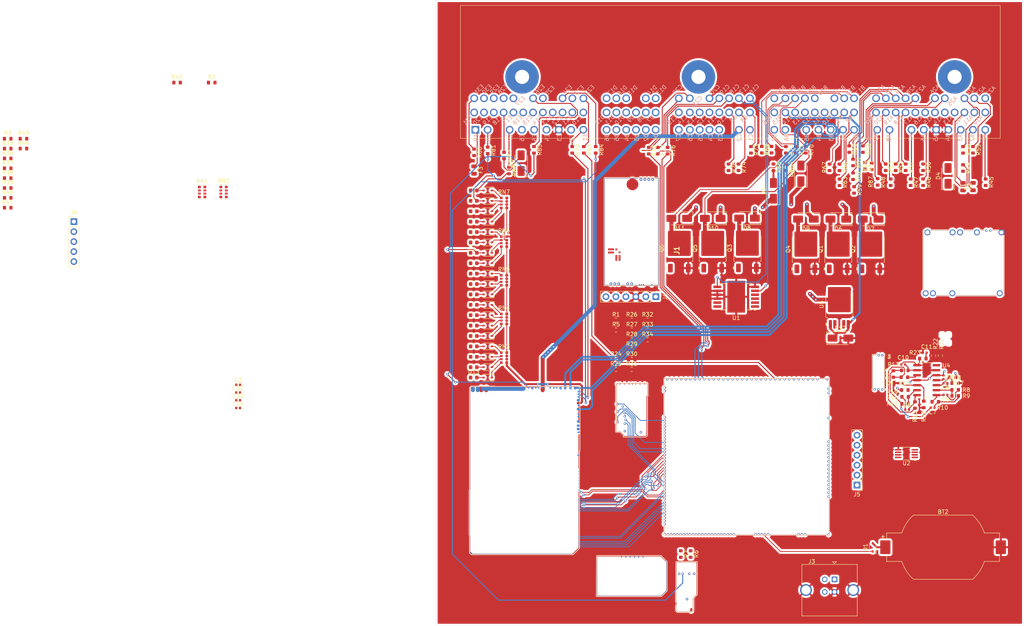
<source format=kicad_pcb>
(kicad_pcb (version 20241229) (generator "pcbnew") (generator_version "9.0")
  (layers (0 "F.Cu" signal) (4 "In1.Cu" signal) (6 "In2.Cu" signal) (2 "B.Cu" signal) (13 "F.Paste" user) (15 "B.Paste" user) (5 "F.SilkS" user "F.Silkscreen") (7 "B.SilkS" user "B.Silkscreen") (1 "F.Mask" user) (3 "B.Mask" user) (25 "Edge.Cuts" user))
  (net 0 "")
  (net 1 "GND")
  (net 2 "Net-(BT2-+)")
  (net 3 "+5VA")
  (net 4 "Net-(D13-A)")
  (net 5 "Net-(D15-K)")
  (net 6 "+12V_RAW")
  (net 7 "Net-(C5-Pad2)")
  (net 8 "Net-(C5-Pad1)")
  (net 9 "Net-(C6-Pad2)")
  (net 10 "Net-(C6-Pad1)")
  (net 11 "/4WIRE_DENSO_SIGNAL+")
  (net 12 "/4WIRE_DENSO_SIGNAL-")
  (net 13 "Net-(U4C-+)")
  (net 14 "Net-(U4B-+)")
  (net 15 "Net-(C10-Pad2)")
  (net 16 "Net-(U4A--)")
  (net 17 "/DENSO/OUT")
  (net 18 "/OUT_VTS_HS")
  (net 19 "Net-(D1-K)")
  (net 20 "/OUT_LOCKOUT_SOLENOID")
  (net 21 "/OUT_INTAKE_RUNNER")
  (net 22 "/OUT_IDLE_AIR")
  (net 23 "/OUT_AUX_LS3")
  (net 24 "/OUT_AUX_LS2")
  (net 25 "/OUT_WBO_HEATER_LOW_SIDE")
  (net 26 "/OUT_AUX_LS1")
  (net 27 "/OUT_LS_EVAP")
  (net 28 "/OUT_VTC_LS")
  (net 29 "Net-(P44-Pin_1)")
  (net 30 "/IN_BRAKE")
  (net 31 "Net-(J1-PadA12)")
  (net 32 "Net-(D17-K)")
  (net 33 "Net-(F1-Pad1)")
  (net 34 "Net-(D19-K)")
  (net 36 "Net-(D21-K)")
  (net 39 "/CAN_H")
  (net 40 "Net-(D22-K)")
  (net 41 "/CAN_L")
  (net 43 "/IN_VSS")
  (net 44 "/OUT_IGN2")
  (net 45 "Net-(P8-Pin_1)")
  (net 46 "Net-(D23-K)")
  (net 47 "Net-(D24-K)")
  (net 48 "Net-(D29-K)")
  (net 49 "Net-(D30-K)")
  (net 50 "/IN_CAM_SYNC_HALL")
  (net 51 "Net-(D32-K)")
  (net 52 "/IN_VVT_CAM_HALL")
  (net 53 "Net-(D37-K)")
  (net 54 "Net-(D38-K)")
  (net 55 "/IN_IAT")
  (net 56 "Net-(M3-LSU_Ip)")
  (net 57 "/IN_CLT")
  (net 58 "/OUT_INJ1")
  (net 59 "Net-(D39-K)")
  (net 60 "/OUT_IGN3")
  (net 61 "Net-(D40-K)")
  (net 62 "Net-(D45-K)")
  (net 63 "Net-(D46-K)")
  (net 64 "Net-(D47-K)")
  (net 68 "Net-(D48-K)")
  (net 69 "/OUT_INJ2")
  (net 70 "/OUT_CHECK_ENGINE")
  (net 72 "/IN_CRANK_HALL")
  (net 73 "Net-(J1-PadE22)")
  (net 74 "/OUT_IGN4")
  (net 77 "Net-(J1-PadA21)")
  (net 78 "/IN_KNOCK")
  (net 80 "Net-(P7-Pin_1)")
  (net 83 "Net-(J1-PadE1)")
  (net 84 "Net-(J1-PadE24)")
  (net 86 "Net-(M3-LSU_Rtrim)")
  (net 87 "Net-(F3-Pad1)")
  (net 89 "/OUT_INJ4")
  (net 90 "/IN_MAP")
  (net 91 "Net-(J1-PadA18)")
  (net 92 "Net-(J1-PadA8)")
  (net 95 "Net-(J1-PadE7)")
  (net 96 "Net-(J1-PadC21)")
  (net 97 "Net-(J1-PadC19)")
  (net 98 "Net-(J1-PadA23)")
  (net 99 "Net-(P5-Pin_1)")
  (net 102 "Net-(P11-Pin_1)")
  (net 103 "Net-(F2-Pad1)")
  (net 104 "/OUT_INJ3")
  (net 105 "Net-(M3-LSU_H+)")
  (net 106 "Net-(J1-PadB17)")
  (net 107 "Net-(J1-PadB8)")
  (net 110 "Net-(J1-PadE8)")
  (net 111 "Net-(J1-PadC10)")
  (net 112 "Net-(P38-Pin_1)")
  (net 113 "/OUT_IGN1")
  (net 115 "/P3")
  (net 116 "Net-(J1-PadB21)")
  (net 117 "Net-(P9-Pin_1)")
  (net 119 "Net-(J1-PadE31)")
  (net 122 "Net-(J1-PadB23)")
  (net 123 "Net-(J1-PadA7)")
  (net 124 "/P13")
  (net 126 "Net-(J1-PadB22)")
  (net 127 "Net-(J1-PadA25)")
  (net 128 "Net-(M3-LSU_Un)")
  (net 130 "Net-(J1-PadA1)")
  (net 132 "/IN_TPS")
  (net 135 "/P1")
  (net 136 "Net-(J1-PadA30)")
  (net 137 "Net-(M3-LSU_Vm)")
  (net 139 "Net-(P6-Pin_1)")
  (net 141 "Net-(J4-Pin_4)")
  (net 142 "Net-(J4-Pin_1)")
  (net 143 "Net-(J4-Pin_5)")
  (net 144 "Net-(J4-Pin_2)")
  (net 146 "/P25")
  (net 147 "/MCU_AUX_02")
  (net 148 "/DIN3")
  (net 149 "/MCU_AUX_LS3")
  (net 150 "/LOCKOUT_SOLENOID")
  (net 151 "Net-(M1-SPI3_CS)")
  (net 153 "/IO4")
  (net 154 "/P37")
  (net 157 "GNDA")
  (net 158 "/AIN1")
  (net 163 "Net-(M1-OUT_INJ1)")
  (net 164 "/P24")
  (net 165 "Net-(M1-OUT_IO9)")
  (net 166 "Net-(M1-OUT_IO10)")
  (net 167 "/DIN1")
  (net 168 "Net-(M1-SWO)")
  (net 169 "Net-(M1-UART2_RX)")
  (net 170 "Net-(M1-nReset)")
  (net 172 "+5V")
  (net 173 "/MCU_AUX_L51")
  (net 174 "Net-(M1-OUT_IO8)")
  (net 175 "Net-(M1-SWCLK)")
  (net 176 "/P34")
  (net 177 "Net-(J1-PadA20)")
  (net 178 "+3V3")
  (net 179 "/P28")
  (net 180 "Net-(J3-VBUS)")
  (net 181 "Net-(M1-OUT_IO5)")
  (net 182 "/DC_DIS")
  (net 185 "/IO1")
  (net 186 "/AIN3")
  (net 187 "Net-(J3-D-)")
  (net 188 "Net-(M1-OUT_IO11)")
  (net 189 "Net-(M1-OUT_IO7)")
  (net 190 "Net-(M1-OUT_INJ3)")
  (net 192 "Net-(M1-UART2_TX)")
  (net 193 "/P40")
  (net 194 "/VREF2")
  (net 195 "/MCU_AUX_01")
  (net 196 "Net-(J3-D+)")
  (net 198 "/P32")
  (net 199 "/AIN2")
  (net 200 "/IO3")
  (net 201 "/IDLE_AIR")
  (net 202 "Net-(M1-IN_KNOCK)")
  (net 204 "Net-(M1-IN_D4)")
  (net 205 "+3.3VA")
  (net 206 "Net-(M1-OUT_IO6)")
  (net 207 "/AC_LS")
  (net 208 "/IN_INTAKE_POSITION")
  (net 209 "/MCU_LS_EVAP")
  (net 210 "Net-(M1-OUT_IO1)")
  (net 211 "Net-(M1-OUT_PWR_EN)")
  (net 212 "/DC_DIR")
  (net 214 "/P33")
  (net 216 "Net-(M1-OUT_INJ2)")
  (net 217 "/V33_REF")
  (net 218 "Net-(M1-OUT_IO3)")
  (net 219 "/INTAKE_RUNNER")
  (net 221 "Net-(M1-OUT_IO13)")
  (net 222 "/MCU_WBO_HEATER_LOW_SIDE")
  (net 224 "/P30")
  (net 226 "/P29")
  (net 227 "/P31")
  (net 228 "/DIN2")
  (net 229 "Net-(J1-PadA24)")
  (net 230 "/DC_PWM")
  (net 231 "/MCU_VTC_LS")
  (net 232 "/MCU_AUX_LS2")
  (net 233 "Net-(M1-OUT_IO2)")
  (net 234 "Net-(M1-IN_VIGN)")
  (net 235 "/P45")
  (net 236 "Net-(M1-SWDIO)")
  (net 237 "Net-(M1-OUT_IO4)")
  (net 238 "Net-(M1-OUT_IO12)")
  (net 239 "Net-(M1-OUT_INJ4)")
  (net 241 "/IO2")
  (net 242 "/IN_VTEC_PRESSURE_SW")
  (net 243 "/P35")
  (net 248 "/OUT_RADIATOR_RELAY")
  (net 249 "/P20")
  (net 250 "/ALTERNATOR_CONTROL_LS")
  (net 251 "/WBO_RELAY_OUTPUT_LS")
  (net 252 "/OUT_AC_LS")
  (net 254 "/OUT_TACHOMETER")
  (net 256 "/P19")
  (net 258 "/P23")
  (net 261 "+12V_PROT")
  (net 263 "/P22")
  (net 266 "/OUT_FUEL_RELAY")
  (net 267 "/OUT_MAIN_RELAY_CONTROL")
  (net 268 "/P18")
  (net 270 "/VTS_HS")
  (net 271 "/P21")
  (net 279 "+5VP")
  (net 281 "+12V")
  (net 282 "/IN_VIGN")
  (net 283 "/LIN")
  (net 284 "Net-(M6-UART_RX)")
  (net 285 "Net-(M6-UART_TX)")
  (net 286 "/LS_EVAP")
  (net 287 "/MCU_AUX_LS1")
  (net 288 "/P16")
  (net 289 "/VTC_LS")
  (net 290 "/AUX_LS1")
  (net 291 "/WBO_HEATER_LOW_SIDE")
  (net 292 "/AUX_LS2")
  (net 293 "/AUX_LS3")
  (net 294 "/P15")
  (net 295 "Net-(R5-Pad1)")
  (net 296 "Net-(U4C--)")
  (net 297 "Net-(R11-Pad2)")
  (net 298 "Net-(U4A-+)")
  (net 299 "Net-(U4B--)")
  (net 300 "Net-(U6-GND)")
  (net 301 "Net-(U6-ST)")
  (net 302 "Net-(U5-IS)")
  (net 303 "/OUT_DCn")
  (net 304 "/OUT_DCp")
  (net 307 "/P2")
  (net 308 "Net-(J1-PadC9)")
  (net 310 "/P4")
  (net 311 "Net-(J1-PadA27)")
  (net 312 "Net-(J1-PadA19)")
  (net 313 "Net-(J1-PadE26)")
  (net 314 "Net-(J1-PadA16)")
  (net 315 "Net-(J1-PadB9)")
  (net 316 "Net-(P14-Pin_1)")
  (net 317 "Net-(J1-PadB7)")
  (net 319 "Net-(J1-PadA6)")
  (net 320 "Net-(J1-PadC8)")
  (net 321 "Net-(J1-PadB1)")
  (net 322 "Net-(J1-PadA26)")
  (net 323 "Net-(P12-Pin_1)")
  (net 324 "Net-(J1-PadB6)")
  (net 325 "Net-(J1-PadC18)")
  (net 326 "Net-(J1-PadE18)")
  (net 327 "Net-(J1-PadA29)")
  (net 328 "Net-(J1-PadA28)")
  (net 330 "Net-(P10-Pin_1)")
  (net 331 "Net-(J1-PadB18)")
  (net 332 "Net-(J5-Pin_4)")
  (net 333 "Net-(J5-Pin_6)")
  (net 334 "Net-(J5-Pin_3)")
  (net 335 "Net-(J5-Pin_5)")
  (net 338 "Net-(J1-PadA9)")
  (footprint "Resistor_SMD:R_0603_1608Metric" (layer "F.Cu") (at 267.25 113.25)
    (property "Reference" "R9")
    (property "Value" "1k")
  )
  (footprint "LED_SMD:LED_0603_1608Metric" (layer "F.Cu") (at 144.692498 100.647499)
    (property "Reference" "D20" (hide yes))
    (property "Value" "LED_0603")
  )
  (footprint "LED_SMD:LED_0603_1608Metric" (layer "F.Cu") (at 144.692498 103.293332)
    (property "Reference" "D18" (hide yes))
    (property "Value" "LED_0603")
  )
  (footprint "Resistor_SMD:R_Array_Convex_4x0612" (layer "F.Cu") (at 152.4 103.505)
    (property "Reference" "RN3")
    (property "Value" "10k")
  )
  (footprint "Diode_SMD:D_SOD-323" (layer "F.Cu") (at 148.239999 103.293332 180)
    (property "Reference" "D17" (hide yes))
    (property "Value" "1N4148WS")
  )
  (footprint "Resistor_SMD:R_0603_1608Metric" (layer "F.Cu") (at 180.915 96.47)
    (property "Reference" "R5")
    (property "Value" "120")
  )
  (footprint "Resistor_SMD:R_0603_1608Metric" (layer "F.Cu") (at 275 58.865 -90)
    (property "Reference" "R45")
    (property "Value" "0")
  )
  (footprint "Fuse:Fuse_0805_2012Metric" (layer "F.Cu") (at 271.78 59.962503 90)
    (property "Reference" "F1")
    (property "Value" "Fuse-Pad-Pad")
  )
  (footprint "Resistor_SMD:R_0603_1608Metric" (layer "F.Cu") (at 191.5 50.825 -90)
    (property "Reference" "R77")
    (property "Value" "0")
  )
  (footprint "Resistor_SMD:R_0603_1608Metric" (layer "F.Cu") (at 26.0625 55.31)
    (property "Reference" "R37")
    (property "Value" "DNP")
  )
  (footprint "Resistor_SMD:R_0603_1608Metric" (layer "F.Cu") (at 184.925 96.47)
    (property "Reference" "R27")
    (property "Value" "10k")
  )
  (footprint "Resistor_SMD:R_0603_1608Metric" (layer "F.Cu") (at 259.08 55.055 -90)
    (property "Reference" "R50")
    (property "Value" "0")
  )
  (footprint "Resistor_SMD:R_0603_1608Metric" (layer "F.Cu") (at 180.915 106.51)
    (property "Reference" "R25")
    (property "Value" "10k")
  )
  (footprint "Diode_SMD:D_SMA" (layer "F.Cu") (at 156.75 53.999999 90)
    (property "Reference" "D5")
    (property "Value" "SS34")
  )
  (footprint "Resistor_SMD:R_0603_1608Metric" (layer "F.Cu") (at 30.0725 47.78)
    (property "Reference" "R43")
    (property "Value" "680k")
  )
  (footprint "Resistor_SMD:R_0603_1608Metric" (layer "F.Cu") (at 26.0625 50.29)
    (property "Reference" "R35")
    (property "Value" "DNP")
  )
  (footprint "Resistor_SMD:R_0603_1608Metric" (layer "F.Cu") (at 249.555 55.055 -90)
    (property "Reference" "R53")
    (property "Value" "0")
  )
  (footprint "Resistor_SMD:R_0603_1608Metric" (layer "F.Cu") (at 250.825 58.865 -90)
    (property "Reference" "R48")
    (property "Value" "0")
  )
  (footprint "Resistor_SMD:R_0603_1608Metric" (layer "F.Cu") (at 152.4 52.07 -90)
    (property "Reference" "R82")
    (property "Value" "0")
  )
  (footprint "Capacitor_SMD:C_0402_1005Metric" (layer "F.Cu") (at 84.715 110.42)
    (property "Reference" "C3")
    (property "Value" "100n")
  )
  (footprint "Diode_SMD:D_SOD-323" (layer "F.Cu") (at 148.24 92.709999 180)
    (property "Reference" "D23" (hide yes))
    (property "Value" "1N4148WS")
  )
  (footprint "Diode_SMD:D_SOD-323" (layer "F.Cu") (at 148.239999 108.584999 180)
    (property "Reference" "D14" (hide yes))
    (property "Value" "1N4148WS")
  )
  (footprint "Resistor_SMD:R_0603_1608Metric" (layer "F.Cu") (at 240.25 50.425 -90)
    (property "Reference" "R60")
    (property "Value" "0")
  )
  (footprint "Diode_SMD:D_SOD-323" (layer "F.Cu") (at 148.239999 105.939166 180)
    (property "Reference" "D15" (hide yes))
    (property "Value" "1N4148WS")
  )
  (footprint "LED_SMD:LED_0603_1608Metric" (layer "F.Cu") (at 144.692498 66.251666)
    (property "Reference" "D50" (hide yes))
    (property "Value" "LED_0603")
  )
  (footprint "Resistor_SMD:R_0603_1608Metric" (layer "F.Cu") (at 257 115.575 -90)
    (property "Reference" "R11")
    (property "Value" "1k")
  )
  (footprint "Capacitor_SMD:C_0402_1005Metric" (layer "F.Cu") (at 264.25 108.5 -90)
    (property "Reference" "C4")
    (property "Value" "10n")
  )
  (footprint "Resistor_SMD:R_0603_1608Metric" (layer "F.Cu") (at 197.392487 153.496633 -90)
    (property "Reference" "R7")
    (property "Value" "1k")
  )
  (footprint "Package_TO_SOT_SMD:TO-252-2" (layer "F.Cu") (at 245.774996 75.88 90)
    (property "Reference" "Q2")
    (property "Value" "VND14NV04TR-E")
  )
  (footprint "Resistor_SMD:R_0603_1608Metric" (layer "F.Cu") (at 220.98 55.055 -90)
    (property "Reference" "R65")
    (property "Value" "0")
  )
  (footprint "LED_SMD:LED_0603_1608Metric" (layer "F.Cu") (at 144.692498 87.418332)
    (property "Reference" "D33" (hide yes))
    (property "Value" "LED_0603")
  )
  (footprint "Package_SO:Infineon_PG-DSO-12-11" (layer "F.Cu") (at 211.5 88 180)
    (property "Reference" "U1")
    (property "Value" "TLE9201SG")
  )
  (footprint "Diode_SMD:D_SMA" (layer "F.Cu") (at 237.499997 68.25 180)
    (property "Reference" "D6")
    (property "Value" "SS34")
  )
  (footprint "Diode_SMD:D_SMA" (layer "F.Cu") (at 214.250001 68 180)
    (property "Reference" "D8")
    (property "Value" "SS34")
  )
  (footprint "Resistor_SMD:R_0603_1608Metric" (layer "F.Cu") (at 241.25 57.325 -90)
    (property "Reference" "R62")
    (property "Value" "0")
  )
  (footprint "Resistor_SMD:R_0603_1608Metric" (layer "F.Cu") (at 184.925 101.49)
    (property "Reference" "R29")
    (property "Value" "10k")
  )
  (footprint "Resistor_SMD:R_0603_1608Metric" (layer "F.Cu") (at 269.24 50.61 -90)
    (property "Reference" "R56")
    (property "Value" "0")
  )
  (footprint "LED_SMD:LED_0603_1608Metric" (layer "F.Cu") (at 144.692498 92.709999)
    (property "Reference" "D27" (hide yes))
    (property "Value" "LED_0603")
  )
  (footprint "Resistor_SMD:R_0603_1608Metric" (layer "F.Cu") (at 184.925 98.98)
    (property "Reference" "R28")
    (property "Value" "10k")
  )
  (footprint "Resistor_SMD:R_0603_1608Metric" (layer "F.Cu") (at 254.425 111.75)
    (property "Reference" "R19")
    (property "Value" "1k")
  )
  (footprint "Resistor_SMD:R_0603_1608Metric" (layer "F.Cu") (at 153.67 55.88 -90)
    (property "Reference" "R80")
    (property "Value" "0")
  )
  (footprint "Diode_SMD:D_SOD-323" (layer "F.Cu") (at 148.239999 87.418332 180)
    (property "Reference" "D29" (hide yes))
    (property "Value" "1N4148WS")
  )
  (footprint "Resistor_SMD:R_0603_1608Metric" (layer "F.Cu") (at 254.425 106.75)
    (property "Reference" "R13")
    (property "Value" "1k")
  )
  (footprint "Resistor_SMD:R_0603_1608Metric" (layer "F.Cu") (at 188.935 96.47)
    (property "Reference" "R33")
    (property "Value" "1k")
  )
  (footprint "Resistor_SMD:R_Array_Convex_4x0612" (layer "F.Cu") (at 152.4 73.9775)
    (property "Reference" "RN6")
    (property "Value" "20k")
  )
  (footprint "Diode_SMD:D_SOD-323" (layer "F.Cu") (at 148.24 68.897499 180)
    (property "Reference" "D45" (hide yes))
    (property "Value" "1N4148WS")
  )
  (footprint "Resistor_SMD:R_0603_1608Metric" (layer "F.Cu") (at 194.04 50.825 -90)
    (property "Reference" "R76")
    (property "Value" "0")
  )
  (footprint "LED_SMD:LED_0603_1608Metric" (layer "F.Cu") (at 144.692498 82.126666)
    (property "Reference" "D36" (hide yes))
    (property "Value" "LED_0603")
  )
  (footprint "Resistor_SMD:R_0603_1608Metric" (layer "F.Cu") (at 244.25 54.675 -90)
    (property "Reference" "R57")
    (property "Value" "0")
  )
  (footprint "Resistor_SMD:R_0603_1608Metric" (layer "F.Cu") (at 209.55 55.055 -90)
    (property "Reference" "R75")
    (property "Value" "0")
  )
  (footprint "Diode_SMD:D_SOD-323" (layer "F.Cu") (at 148.239999 66.251666 180)
    (property "Reference" "D46" (hide yes))
    (property "Value" "1N4148WS")
  )
  (footprint "LED_SMD:LED_0603_1608Metric" (layer "F.Cu") (at 144.692498 60.959999)
    (property "Reference" "D52" (hide yes))
    (property "Value" "LED_0603")
  )
  (footprint "Diode_SMD:D_SOD-323" (layer "F.Cu") (at 148.239999 71.543332 180)
    (property "Reference" "D40" (hide yes))
    (property "Value" "1N4148WS")
  )
  (footprint "Resistor_SMD:R_0603_1608Metric" (layer "F.Cu") (at 220.5 50.575 -90)
    (property "Reference" "R69")
    (property "Value" "0")
  )
  (footprint "Diode_SMD:D_SMA" (layer "F.Cu") (at 265.43 57.245001 90)
    (property "Reference" "D4")
    (property "Value" "SS34")
  )
  (footprint "Resistor_SMD:R_0603_1608Metric" (layer "F.Cu") (at 259 103.75)
    (property "Reference" "R23")
    (property "Value" "1k")
  )
  (footprint "Resistor_SMD:R_0603_1608Metric" (layer "F.Cu") (at 252.095 55.055 -90)
    (property "Reference" "R52")
    (property "Value" "0")
  )
  (footprint "Resistor_SMD:R_0603_1608Metric" (layer "F.Cu") (at 160.02 50.61 -90)
    (property "Reference" "R85")
    (property "Value" "0")
  )
  (footprint "Diode_SMD:D_SMA" (layer "F.Cu") (at 227.965 56.610001 90)
    (property "Reference" "D3")
    (property "Value" "SS34")
  )
  (footprint "Resistor_SMD:R_0603_1608Metric" (layer "F.Cu") (at 69.175 33.5)
    (property "Reference" "R42")
    (property "Value" "680k")
  )
  (footprint "Resistor_SMD:R_0603_1608Metric" (layer "F.Cu") (at 267.25 110)
    (property "Reference" "R18")
    (property "Value" "1.3k")
  )
  (footprint "Package_TO_SOT_SMD:TO-252-2" (layer "F.Cu") (at 237.474996 75.88 90)
    (property "Reference" "Q1")
    (property "Value" "VND14NV04TR-E")
  )
  (footprint "Resistor_SMD:R_0603_1608Metric" (layer "F.Cu") (at 175.75 50.61 -90)
    (property "Reference" "R84")
    (property "Value" "0")
  )
  (footprint "Capacitor_SMD:C_0402_1005Metric" (layer "F.Cu") (at 253.27 110)
    (property "Reference" "C9")
    (property "Value" "33n")
  )
  (footprint "Resistor_SMD:R_0603_1608Metric" (layer "F.Cu") (at 261.75 103 90)
    (property "Reference" "R22")
    (property "Value" "47k")
  )
  (footprint "Resistor_SMD:R_0603_1608Metric" (layer "F.Cu") (at 241.25 53.825 -90)
    (property "Reference" "R61")
    (property "Value" "0")
  )
  (footprint "khellen:wbo" (layer "F.Cu") (at 191.9 85.3 90)
    (property "Reference" "M3" (hide yes))
    (property "Value" "Module-wbo-0.5" (hide yes))
  )
  (footprint "Resistor_SMD:R_0603_1608Metric" (layer "F.Cu") (at 255.905 58.865 -90)
    (property "Reference" "R47")
    (property "Value" "0")
  )
  (footprint "Connector_PinHeader_2.54mm:PinHeader_1x05_P2.54mm_Vertical" (layer "F.Cu") (at 42.9025 68.9)
    (property "Reference" "J6")
    (property "Value" "Conn_01x05_Pin")
  )
  (footprint "Resistor_SMD:R_Array_Convex_4x0612" (layer "F.Cu") (at 81.01 61.35)
    (property "Reference" "RN2")
    (property "Value" "R_Pack04")
  )
  (footprint "Resistor_SMD:R_0603_1608Metric" (layer "F.Cu") (at 26.0625 47.78)
    (property "Reference" "R3")
    (property "Value" "680k")
  )
  (footprint "Resistor_SMD:R_0603_1608Metric" (layer "F.Cu") (at 247.5 58.77 -90)
    (property "Reference" "R87")
    (property "Value" "0")
  )
  (footprint "Capacitor_SMD:C_0402_1005Metric" (layer "F.Cu") (at 259.5 102.25 180)
    (property "Reference" "C11")
    (property "Value" "10n")
  )
  (footprint "Resistor_SMD:R_0603_1608Metric" (layer "F.Cu") (at 246 54.825 -90)
    (property "Reference" "R54")
    (property "Value" "0")
  )
  (footprint "khellen:ign8" (layer "F.Cu") (at 188.924995 109.924998 180)
    (property "Reference" "M8" (hide yes))
    (property "Value" "Module-ign8-0.2" (hide yes))
  )
  (footprint "Resistor_SMD:R_0603_1608Metric" (layer "F.Cu") (at 259.25 115.425 -90)
    (property "Reference" "R20")
    (property "Value" "1k")
  )
  (footprint "Resistor_SMD:R_0603_1608Metric" (layer "F.Cu") (at 215.265 50.61 -90)
    (property "Reference" "R73")
    (property "Value" "0")
  )
  (footprint "Diode_SMD:D_SOD-323" (layer "F.Cu") (at 148.239999 100.647499 180)
    (property "Reference" "D19" (hide yes))
    (property "Value" "1N4148WS")
  )
  (footprint "Resistor_SMD:R_0603_1608Metric" (layer "F.Cu") (at 237.79 58.885 -90)
    (property "Reference" "R63")
    (property "Value" "0")
  )
  (footprint "Diode_SMD:D_SOD-323" (layer "F.Cu") (at 148.239999 84.772499 180)
    (property "Reference" "D30" (hide yes))
    (property "Value" "1N4148WS")
  )
  (footprint "Resistor_SMD:R_0603_1608Metric" (layer "F.Cu") (at 189.25 50.825 -90)
    (property "Reference" "R78")
    (property "Value" "0")
  )
  (footprint "Resistor_SMD:R_0603_1608Metric" (layer "F.Cu") (at 262.175 114.75)
    (property "Reference" "R10")
    (property "Value" "1k")
  )
  (footprint "LED_SMD:LED_0603_1608Metric" (layer "F.Cu") (at 144.692498 63.605832)
    (property "Reference" "D51" (hide yes))
    (property "Value" "LED_0603")
  )
  (footprint "Resistor_SMD:R_0603_1608Metric" (layer "F.Cu") (at 224.155 50.61 -90)
    (property "Reference" "R72")
    (property "Value" "0")
  )
  (footprint "Resistor_SMD:R_0603_1608Metric" (layer "F.Cu") (at 251.5 107.675 90)
    (property "Reference" "R12")
    (property "Value" "120")
  )
  (footprint "Resistor_SMD:R_0603_1608Metric" (layer "F.Cu") (at 266.575 108.5 180)
    (property "Reference" "R17")
    (property "Value" "1.8k")
  )
  (footprint "LED_SMD:LED_0603_1608Metric" (layer "F.Cu") (at 144.692498 76.834999)
    (property "Reference" "D42" (hide yes))
    (property "Value" "LED_0603")
  )
  (footprint "Resistor_SMD:R_0603_1608Metric" (layer "F.Cu") (at 224.155 55.055 -90)
    (property "Reference" "R64")
    (property "Value" "0")
  )
  (footprint "Resistor_SMD:R_0603_1608Metric" (layer "F.Cu") (at 226.695 50.61 -90)
    (property "Reference" "R71")
    (property "Value" "0")
  )
  (footprint "Resistor_SMD:R_0603_1608Metric" (layer "F.Cu") (at 180.915 93.96)
    (property "Reference" "R1")
    (property "Value" "10k")
  )
  (footprint "Resistor_SMD:R_0603_1608Metric" (layer "F.Cu") (at 26.0625 65.35)
    (property "Reference" "R41")
    (property "Value" "DNP")
  )
  (footprint "khellen:mega-mcu144" (layer "F.Cu") (at 235.315001 108.684998 180)
    (property "Reference" "M1" (hide yes))
    (property "Value" "Module-mega-mcu144-0.7" (hide yes))
  )
  (footprint "Capacitor_SMD:C_0402_1005Metric" (layer "F.Cu") (at 264.77 113 180)
    (property "Reference" "C5")
    (property "Value" "10n")
  )
  (footprint "Resistor_SMD:R_0603_1608Metric" (layer "F.Cu") (at 148.25 50.75 -90)
    (property "Reference" "R81")
    (property "Value" "0")
  )
  (footprint "LED_SMD:LED_0603_1608Metric" (layer "F.Cu") (at 144.692498 74.189166)
    (property "Reference" "D43" (hide yes))
    (property "Value" "LED_0603")
  )
  (footprint "Resistor_SMD:R_Array_Convex_4x0612" (layer "F.Cu") (at 75.55 61.35)
    (property "Reference" "RN1")
    (property "Value" "R_Pack04")
  )
  (footprint "LED_SMD:LED_0603_1608Metric" (layer "F.Cu") (at 144.692498 95.355832)
    (property "Reference" "D26" (hide yes))
    (property "Value" "LED_0603")
  )
  (footprint "Resistor_SMD:R_0603_1608Metric" (layer "F.Cu") (at 172.72 50.61 -90)
    (property "Reference" "R83")
    (property "Value" "0")
  )
  (footprint "Capacitor_SMD:C_0402_1005Metric" (layer "F.Cu") (at 84.715 114.36)
    (property "Reference" "C13")
    (property "Value" "10u")
  )
  (footprint "LED_SMD:LED_0603_1608Metric" (layer "F.Cu") (at 144.692498 90.064166)
    (property "Reference" "D28" (hide yes))
    (property "Value" "LED_0603")
  )
  (footprint "Fuse:Fuse_0805_2012Metric" (layer "F.Cu") (at 144.78 55.767499 -90)
    (property "Reference" "F3")
    (property "Value" "Fuse-Pad-Pad")
  )
  (footprint "Resistor_SMD:R_0603_1608Metric" (layer "F.Cu") (at 271.78 50.61 -90)
    (property "Reference" "R55")
    (property "Value" "0")
  )
  (footprint "Diode_SMD:D_SOD-323" (layer "F.Cu") (at 148.239999 98.001666 180)
    (property "Reference" "D21" (hide yes))
    (property "Value" "1N4148WS")
  )
  (footprint "Resistor_SMD:R_0603_1608Metric" (layer "F.Cu") (at 254.5 113.49 180)
    (property "Reference" "R16")
    (property "Value" "10k")
  )
  (footprint "Package_SO:SOIC-14_3.9x8.7mm_P1.27mm" (layer "F.Cu") (at 260 109.25)
    (property "Reference" "U4")
    (property "Value" "MCP6004")
  )
  (footprint "Diode_SMD:D_SMA" (layer "F.Cu") (at 197.000001 68.055 180)
    (property "Reference" "D11")
    (property "Value" "SS34")
  )
  (footprint "Resistor_SMD:R_0603_1608Metric" (layer "F.Cu") (at 241.5 60.825 -90)
    (property "Reference" "R59")
    (property "Value" "0")
  )
  (footprint "Resistor_SMD:R_0603_1608Metric" (layer "F.Cu") (at 26.0625 52.8)
    (property "Reference" "R36")
    (property "Value" "680k")
  )
  (footprint "Resistor_SMD:R_0603_1608Metric" (layer "F.Cu") (at 269.24 55.245 -90)
    (property "Reference" "R49")
    (property "Value" "0")
  )
  (footprint "Diode_SMD:D_SMA" (layer "F.Cu") (at 238.03 98.54)
    (property "Reference" "D12")
    (property "Value" "SS34")
  )
  (footprint "Resistor_SMD:R_0603_1608Metric" (layer "F.Cu") (at 254.635 55.055 -90)
    (property "Reference" "R51")
    (property "Value" "0")
  )
  (footprint "Resistor_SMD:R_0603_1608Metric" (layer "F.Cu") (at 259.08 58.865 -90)
    (property "Reference" "R46")
    (property "Value" "0")
  )
  (footprint "Resistor_SMD:R_0603_1608Metric" (layer "F.Cu") (at 184.925 106.51)
    (property "Reference" "R31")
    (property "Value" "10k")
  )
  (footprint "khellen:power_12and5V" (layer "F.Cu") (at 279.775001 87.875001 90)
    (property "Reference" "M4" (hide yes))
    (property "Value" "Module-power_12and5V-0.3" (hide yes))
  )
  (footprint "Capacitor_SMD:C_0402_1005Metric" (layer "F.Cu") (at 84.715 116.33)
    (property "Reference" "C14")
    (property "Value" "100n")
  )
  (footprint "Diode_SMD:D_SOD-323" (layer "F.Cu") (at 246.25 151.8 90)
    (property "Reference" "D1")
    (property "Value" "1N4148WS")
  )
  (footprint "LED_SMD:LED_0603_1608Metric" (layer "F.Cu") (at 144.692498 108.584999)
    (property "Reference" "D13")
    (property "Value" "LED_0603")
  )
  (footprint "Diode_SMD:D_SOD-323" (layer "F.Cu") (at 148.239999 76.834999 180)
    (property "Reference" "D38" (hide yes))
    (property "Value" "1N4148WS")
  )
  (footprint "khellen:knock" (layer "F.Cu") (at 246.05 102.6 -90)
    (property "Reference" "M5")
    (property "Value" "Module-knock-0.2" (hide yes))
  )
  (footprint "Resistor_SMD:R_0603_1608Metric" (layer "F.Cu") (at 237.79 55.075 -90)
    (property "Reference" "R66")
    (property "Value" "0")
  )
  (footprint "Diode_SMD:D_SMA" (layer "F.Cu") (at 245.719996 68.25 180)
    (property "Reference" "D7")
    (property "Value" "SS34")
  )
  (footprint "khellen:stlink" (layer "F.Cu") (at 194.024996 153.825003 180)
    (property "Reference" "M7" (hide yes))
    (property "Value" "Module-stlink-0.1" (hide yes))
  )
  (footprint "Resistor_SMD:R_0603_1608Metric" (layer "F.Cu") (at 254.5 115.25 180)
    (property "Reference" "R15")
    (property "Value" "1k")
  )
  (footprint "Resistor_SMD:R_0603_1608Metric" (layer "F.Cu") (at 243.75 50.425 -90)
    (property "Reference" "R58")
    (property "Value" "0")
  )
  (footprint "Battery:BatteryHolder_Renata_SMTU2032-LF_1x2032" (layer "F.Cu") (at 264.16 151.765)
    (property "Reference" "BT2")
    (property "Value" "CR2032")
  )
  (footprint "Capacitor_SMD:C_0402_1005Metric" (layer "F.Cu") (at 261.5 116.25 180)
    (property "Reference" "C7")
    (property "Value" "33n")
  )
  (footprint "Fuse:Fuse_0805_2012Metric" (layer "F.Cu") (at 269.24 59.992501 -90)
    (property "Reference" "F2")
    (property "Value" "Fuse-Pad-Pad")
  )
  (footprint "LED_SMD:LED_0603_1608Metric" (layer "F.Cu") (at 144.692498 71.543332)
    (property "Reference" "D44" (hide yes))
    (property "Value" "LED_0603")
  )
  (footprint "LED_SMD:LED_0603_1608Metric" (layer "F.Cu") (at 144.692499 79.480832)
    (property "Reference" "D41" (hide yes))
    (property "Value" "LED_0603")
  )
  (footprint "Resistor_SMD:R_0603_1608Metric" (layer "F.Cu") (at 212.09 55.055 -90)
    (property "Reference" "R74")
    (property "Value" "0")
  )
  (footprint "Diode_SMD:D_SOD-323" (layer "F.Cu") (at 148.239999 95.355832 180)
    (property "Reference" "D22" (hide yes))
    (property "Value" "1N4148WS")
  )
  (footprint "Diode_SMD:D_SOD-323" (layer "F.Cu") (at 148.239999 63.605832 180)
    (property "Reference" "D47" (hide yes))
    (property "Value" "1N4148WS")
  )
  (footprint "LED_SMD:LED_0603_1608Metric" (layer "F.Cu") (at 144.692498 84.772499)
    (property "Reference" "D34" (hide yes))
    (property "Value" "LED_0603")
  )
  (footprint "Resistor_SMD:R_0603_1608Metric" (layer "F.Cu") (at 267.24 111.7)
    (property "Reference" "R8")
    (property "Value" "10k")
  )
  (footprint "Resistor_SMD:R_0603_1608Metric" (layer "F.Cu") (at 235.25 55.075 -90)
    (property "Reference" "R67")
    (property "Value" "0")
  )
  (footprint "Resistor_SMD:R_Array_Convex_4x0612" (layer "F.Cu") (at 152.4 64.135)
    (property "Reference" "RN7")
    (property "Value" "20k")
  )
  (footprint "Resistor_SMD:R_0603_1608Metric" (layer "F.Cu") (at 188.935 93.96)
    (property "Reference" "R32")
    (property "Value" "4.7k")
  )
  (footprint "Capacitor_SMD:C_0402_1005Metric" (layer "F.Cu") (at 255.02 116.75)
    (property "Reference" "C6")
    (property "Value" "10n")
  )
  (footprint "Resistor_SMD:R_0603_1608Metric" (layer "F.Cu") (at 254.325 108.5)
    (property "Reference" "R14")
    (property "Value" "1k")
  )
  (footprint "Resistor_SMD:R_0603_1608Metric" (layer "F.Cu") (at 263.5 103 90)
    (property "Reference" "R21")
    (property "Value" "47k")
  )
  (footprint "Diode_SMD:D_SMA" (layer "F.Cu") (at 220.98 61.055001 90)
    (property "Reference" "D2")
    (property "Value" "SS34")
  )
  (footprint "Resistor_SMD:R_0603_1608Metric" (layer "F.Cu") (at 26.0625 57.82)
    (property "Reference" "R38")
    (property "Value" "680k")
  )
  (footprint "Resistor_SMD:R_0603_1608Metric" (layer "F.Cu") (at 169.75 50.61 -90)
    (property "Reference" "R79")
    (property "Value" "0")
  )
  (footprint "Capacitor_SMD:C_0402_1005Metric" (layer "F.Cu") (at 84.715 112.39)
    (property "Reference" "C12")
    (property "Value" "10n")
  )
  (footprint "khellen:output" (layer "F.Cu") (at 171.776548 110.724343 180)
    (property "Reference" "M2" (hide yes))
    (property "Value" "Module-output-0.3" (hide yes))
  )
  (footprint "Capacitor_SMD:C_0402_1005Metric" (layer "F.Cu") (at 264.75 110 180)
    (property "Reference" "C8")
    (property "Value" "33n")
  )
  (footprint "Resistor_SMD:R_0603_1608Metric" (layer "F.Cu") (at 30.0725 50.29)
    (property "Reference" "R44")
    (property "Value" "680k")
  )
  (footprint "Diode_SMD:D_SOD-323" (layer "F.Cu") (at 148.239999 82.126666 180)
    (property "Reference" "D32" (hide yes))
    (property "Value" "1N4148WS")
  )
  (footprint "Package_TO_SOT_SMD:TO-252-2" (layer "F.Cu") (at 214.352804 75.63 90)
    (property "Reference" "Q3")
    (property "Value" "VND14NV04TR-E")
  )
  (footprint "Diode_SMD:D_SMA" (layer "F.Cu") (at 205.532197 68.055 180)
    (property "Reference" "D10")
    (property "Value" "SS34")
  )
  (footprint "Connector_USB:USB_B_TE_5787834_Vertical" (layer "F.Cu") (at 236.53 159.955001)
    (property "Reference" "J3")
    (property "Value" "USB_B")
  )
  (footprint "LED_SMD:LED_0603_1608Metric" (layer "F.Cu") (at 144.692499 68.897499)
    (property "Reference" "D49" (hide yes))
    (property "Value" "LED_0603")
  )
  (footprint "Resistor_SMD:R_0603_1608Metric" (layer "F.Cu") (at 199.902487 153.496633 -90)
    (property "Reference" "R6")
    (property "Value" "1k")
  )
  (footprint "Package_TO_SOT_SMD:TO-252-2" (layer "F.Cu") (at 197.025 75.685 90)
    (property "Reference" "Q6")
    (property "Value" "VND14NV04TR-E")
  )
  (footprint "Resistor_SMD:R_0603_1608Metric" (layer "F.Cu") (at 78 33.5)
    (property "Reference" "R2")
    (property "Value" "DNP")
  )
  (footprint "Diode_SMD:D_SOD-323" (layer "F.Cu") (at 148.24 79.480832 180)
    (property "Reference" "D37" (hide yes))
    (property "Value" "1N4148WS")
  )
  (footprint "Resistor_SMD:R_0603_1608Metric" (layer "F.Cu") (at 26.0625 60.33)
    (property "Reference" "R39")
    (property "Value" "DNP")
  )
  (footprint "Connector_PinHeader_2.54mm:PinHeader_1x06_P2.54mm_Vertical" (layer "F.Cu") (at 242.25 135.95 180)
    (property "Reference" "J5")
    (property "Value" "Conn_01x06_Pin")
  )
  (footprint "khellen:TE_1318612-1" (layer "F.Cu") (at 210 30.775)
    (property "Reference" "J1")
    (property "Value" "1318612-1" (hide yes))
  )
  (footprint "LED_SMD:LED_0603_1608Metric" (layer "F.Cu") (at 144.692498 98.001666)
    (property "Reference" "D25" (hide yes))
    (property "Value" "LED_0603" (hide yes))
  )
  (footprint "Resistor_SMD:R_0603_1608Metric" (layer "F.Cu") (at 180.915 104)
    (property "Reference" "R24")
    (property "Value" "10k")
  )
  (footprint "Resistor_SMD:R_0603_1608Metric" (layer "F.Cu") (at 144.78 51.245 -90)
    (property "Reference" "R86")
    (property "Value" "0")
  )
  (footprint "Resistor_SMD:R_0603_1608Metric" (layer "F.Cu") (at 229.235 50.61 -90)
    (property "Reference" "R70")
    (property "Value" "0")
  )
  (footprint "Package_TO_SOT_SMD:TO-252-2" (layer "F.Cu") (at 205.525 75.685 90)
    (property "Reference" "Q5")
    (property "Value" "VND14NV04TR-E")
  )
  (footprint "Diode_SMD:D_SOD-323" (layer "F.Cu") (at 148.24 90.064166 180)
    (property "Reference" "D24" (hide yes))
    (property "Value" "1N4148WS")
  )
  (footprint "LED_SMD:LED_0603_1608Metric" (layer "F.Cu") (at 144.692498 105.939166)
    (property "Reference" "D16" (hide yes))
    (property "Value" "LED_0603")
  )
  (footprint "Package_TO_SOT_SMD:TO-252-2" (layer "F.Cu") (at 229.224998 75.879999 90)
    (property "Reference" "Q4")
    (property "Value" "VND14NV04TR-E")
  )
  (footprint "Resistor_SMD:R_0603_1608Metric" (layer "F.Cu") (at 218 50.575 -90)
    (property "Reference" "R68")
    (property "Value" "0")
  )
  (footprint "Capacitor_SMD:C_0402_1005Metric" (layer "F.Cu") (at 254.02 105.25 180)
    (property "Reference" "C10")
    (property "Value" "10n")
  )
  (footprint "Diode_SMD:D_SOD-323" (layer "F.Cu") (at 148.239999 74.189166 180)
    (property "Reference" "D39" (hide yes))
    (property "Value" "1N4148WS")
  )
  (footprint "Resistor_SMD:R_0603_1608Metric" (layer "F.Cu") (at 184.925 93.96)
    (property "Reference" "R26")
    (property "Value" "10k")
  )
  (footprint "khellen:lin" (layer "F.Cu") (at 201.679987 155.339999 180)
    (property "Reference" "M6" (hide yes))
    (property "Value" "Module-lin-0.1" (hide yes))
  )
  (footprint "Resistor_SMD:R_Array_Convex_4x0612" (layer "F.Cu") (at 152.4 93.6625)
    (property "Reference" "RN4")
    (property "Value" "20k")
  )
  (footprint "Diode_SMD:D_SOD-323" (layer "F.Cu") (at 148.239999 60.959999 180)
    (property "Reference" "D48" (hide yes))
    (property "Value" "1N4148WS")
  )
  (footprint "Resistor_SMD:R_Array_Convex_4x0612" (layer "F.Cu") (at 152.4 83.82)
    (property "Reference" "RN5")
    (property "Value" "20k")
  )
  (footprint "Package_SO:MSOP-8_3x3mm_P0.65mm" (layer "F.Cu") (at 254.8425 127.93 180)
    (property "Reference" "U2")
    (property "Value" "DG470")
  )
  (footprint "Resistor_SMD:R_0603_1608Metric" (layer "F.Cu") (at 26.0625 62.84)
    (property "Reference" "R40")
    (property "Value" "DNP")
  )
  (footprint "Resistor_SMD:R_0603_1608Metric" (layer "F.Cu") (at 188.935 98.98)
    (property "Reference" "R34")
    (property "Value" "10k")
  )
  (footprint "Connector_PinHeader_2.54mm:PinHeader_1x06_P2.54mm_Vertical" (layer "F.Cu") (at 191.04 88 -90)
    (property "Reference" "J4")
    (property "Value" "Conn_01x06")
  )
  (footprint "Diode_SMD:D_SMA" (layer "F.Cu") (at 229.249999 68.25 180)
    (property "Reference" "D9")
    (property "Value" "SS34")
  )
  (footprint "Package_TO_SOT_SMD:TO-252-4" (layer "F.Cu") (at 237.75 90 90)
    (property "Reference" "U5")
    (property "Value" "BTS6143D")
  )
  (footprint "Resistor_SMD:R_0603_1608Metric" (layer "F.Cu") (at 184.925 104)
    (property "Reference" "R30")
    (property "Value" "120")
  )
  (gr_rect (start 135 12.5) (end 284.75 171.75) (stroke (width 0.05)) (fill no) (layer "Edge.Cuts"))
  (segment (start 262.475 109.25) (end 263.98 109.25) (width 0.25) (layer "F.Cu") (net 1))
  (segment (start 263.98 109.25) (end 264.25 108.98) (width 0.25) (layer "F.Cu") (net 1))
  (segment (start 247.265 151.765) (end 246.25 150.75) (width 0.5) (layer "F.Cu") (net 2))
  (segment (start 249.46 151.765) (end 247.265 151.765) (width 0.5) (layer "F.Cu") (net 2))
  (segment (start 256.25 109.25) (end 255.75 109.75) (width 0.25) (layer "F.Cu") (net 3))
  (segment (start 264.25 108.02) (end 262.515 108.02) (width 0.25) (layer "F.Cu") (net 3))
  (segment (start 261.500001 107.98) (end 260.230001 109.25) (width 0.25) (layer "F.Cu") (net 3))
  (segment (start 264.25 108.02) (end 264.25 107.25) (width 0.25) (layer "F.Cu") (net 3))
  (segment (start 260.230001 109.25) (end 257.525 109.25) (width 0.25) (layer "F.Cu") (net 3))
  (segment (start 257.525 109.25) (end 256.25 109.25) (width 0.25) (layer "F.Cu") (net 3))
  (segment (start 262.515 108.02) (end 262.475 107.98) (width 0.25) (layer "F.Cu") (net 3))
  (segment (start 264.25 107.25) (end 264.5 107) (width 0.25) (layer "F.Cu") (net 3))
  (segment (start 267.4 108.5) (end 267.4 107.65) (width 0.25) (layer "F.Cu") (net 3))
  (segment (start 253.6 111.75) (end 253 111.75) (width 0.25) (layer "F.Cu") (net 3))
  (segment (start 267.4 107.65) (end 267.25 107.5) (width 0.25) (layer "F.Cu") (net 3))
  (segment (start 253 111.75) (end 252.5 111.25) (width 0.25) (layer "F.Cu") (net 3))
  (segment (start 262.475 107.98) (end 261.500001 107.98) (width 0.25) (layer "F.Cu") (net 3))
  (via (at 252.5 111.25) (size 0.6) (drill 0.3) (layers "F.Cu" "B.Cu") (net 3))
  (via (at 267.25 107.5) (size 0.6) (drill 0.3) (layers "F.Cu" "B.Cu") (net 3))
  (via (at 264.5 107) (size 0.6) (drill 0.3) (layers "F.Cu" "B.Cu") (net 3))
  (via (at 260.75 108.75) (size 0.6) (drill 0.3) (layers "F.Cu" "B.Cu") (net 3))
  (via (at 255.75 109.75) (size 0.6) (drill 0.3) (layers "F.Cu" "B.Cu") (net 3))
  (segment (start 149.289999 107.185001) (end 151.7 104.775) (width 0.2) (layer "F.Cu") (net 4))
  (segment (start 149.289999 108.584999) (end 149.289999 107.185001) (width 0.2) (layer "F.Cu") (net 4))
  (segment (start 149.289999 105.939166) (end 151.324165 103.905) (width 0.2) (layer "F.Cu") (net 5))
  (segment (start 151.324165 103.905) (end 151.7 103.905) (width 0.2) (layer "F.Cu") (net 5))
  (segment (start 229.5 64.5) (end 229.5 66.5) (width 1) (layer "F.Cu") (net 6))
  (segment (start 163 102.75) (end 163.624999 102.125001) (width 1) (layer "F.Cu") (net 6))
  (segment (start 231.739999 88.739999) (end 231 88) (width 1) (layer "F.Cu") (net 6))
  (segment (start 240.28 86.209999) (end 237.75 88.739999) (width 1) (layer "F.Cu") (net 6))
  (segment (start 162.250009 111.563064) (end 162.250009 103.499991) (width 1) (layer "F.Cu") (net 6))
  (segment (start 246.5 67.030003) (end 247.719997 68.25) (width 1) (layer "F.Cu") (net 6))
  (segment (start 216.250002 65.500002) (end 216.25 65.5) (width 1) (layer "F.Cu") (net 6))
  (segment (start 227.965 58.610002) (end 227.965 59.785) (width 1) (layer "F.Cu") (net 6))
  (segment (start 225.75 62) (end 225.5 62.25) (width 1) (layer "F.Cu") (net 6))
  (segment (start 246.5 65) (end 246.5 67.030003) (width 1) (layer "F.Cu") (net 6))
  (segment (start 207.532198 68.055) (end 207.532198 65.282198) (width 1) (layer "F.Cu") (net 6))
  (segment (start 231 88) (end 230.25 87.25) (width 1) (layer "F.Cu") (net 6))
  (segment (start 201.276025 65.236542) (end 201.276025 65.778977) (width 1) (layer "F.Cu") (net 6))
  (segment (start 227.965 59.785) (end 225.75 62) (width 1) (layer "F.Cu") (net 6))
  (segment (start 162.250009 103.499991) (end 162.375 103.375) (width 1) (layer "F.Cu") (net 6))
  (segment (start 220.98 63.055002) (end 220.444998 63.055002) (width 1) (layer "F.Cu") (net 6))
  (segment (start 239.499998 68.25) (end 239.499998 65.499998) (width 1) (layer "F.Cu") (net 6))
  (segment (start 201.276025 65.778977) (end 199.000002 68.055) (width 1) (layer "F.Cu") (net 6))
  (segment (start 225.5 62.25) (end 225.5 64.5) (width 1) (layer "F.Cu") (net 6))
  (segment (start 163.624999 102.125001) (end 163.624999 102.124999) (width 1) (layer "F.Cu") (net 6))
  (segment (start 163.624999 102.124999) (end 164.999999 100.75) (width 1) (layer "F.Cu") (net 6))
  (segment (start 239.499998 65.499998) (end 238.5 64.5) (width 1) (layer "F.Cu") (net 6))
  (segment (start 220.444998 63.055002) (end 218.25 65.25) (width 1) (layer "F.Cu") (net 6))
  (segment (start 162.375 103.375) (end 163 102.75) (width 1) (layer "F.Cu") (net 6))
  (segment (start 229.5 66.5) (end 231.25 68.25) (width 1) (layer "F.Cu") (net 6))
  (segment (start 216.250002 68) (end 216.250002 65.500002) (width 1) (layer "F.Cu") (net 6))
  (segment (start 237.75 88.739999) (end 231.739999 88.739999) (width 1) (layer "F.Cu") (net 6))
  (via (at 216.25 65.5) (size 0.6) (drill 0.3) (layers "F.Cu" "B.Cu") (net 6))
  (via (at 231 88) (size 0.6) (drill 0.3) (layers "F.Cu" "B.Cu") (net 6))
  (via (at 164.999999 100.75) (size 0.6) (drill 0.3) (layers "F.Cu" "B.Cu") (net 6))
  (via (at 164.249999 101.499999) (size 0.6) (drill 0.3) (layers "F.Cu" "B.Cu") (net 6))
  (via (at 201.276025 65.236542) (size 0.6) (drill 0.3) (layers "F.Cu" "B.Cu") (net 6))
  (via (at 231.75 88.75) (size 0.6) (drill 0.3) (layers "F.Cu" "B.Cu") (net 6))
  (via (at 230.25 87.25) (size 0.6) (drill 0.3) (layers "F.Cu" "B.Cu") (net 6))
  (via (at 238.5 64.5) (size 0.6) (drill 0.3) (layers "F.Cu" "B.Cu") (net 6))
  (via (at 162.375 103.375) (size 0.6) (drill 0.3) (layers "F.Cu" "B.Cu") (net 6))
  (via (at 218.25 65.25) (size 0.6) (drill 0.3) (layers "F.Cu" "B.Cu") (net 6))
  (via (at 207.5 65.25) (size 0.6) (drill 0.3) (layers "F.Cu" "B.Cu") (net 6))
  (via (at 225.5 64.5) (size 0.6) (drill 0.3) (layers "F.Cu" "B.Cu") (net 6))
  (via (at 229.5 64.5) (size 0.6) (drill 0.3) (layers "F.Cu" "B.Cu") (net 6))
  (via (at 163 102.75) (size 0.6) (drill 0.3) (layers "F.Cu" "B.Cu") (net 6))
  (via (at 163.624999 102.124999) (size 0.6) (drill 0.3) (layers "F.Cu" "B.Cu") (net 6))
  (via (at 246.5 65) (size 0.6) (drill 0.3) (layers "F.Cu" "B.Cu") (net 6))
  (segment (start 164.25 101.499999) (end 164.249999 101.499999) (width 1) (layer "B.Cu") (net 6))
  (segment (start 175.5 90.249999) (end 175.5 58.598) (width 1) (layer "B.Cu") (net 6))
  (segment (start 162.5 103.249999) (end 162.5 103.25) (width 1) (layer "B.Cu") (net 6))
  (segment (start 175.5 58.598) (end 186.922 47.176) (width 1) (layer "B.Cu") (net 6))
  (segment (start 186.922 47.176) (end 210.524 47.176) (width 1) (layer "B.Cu") (net 6))
  (segment (start 210.524 47.176) (end 212.2 45.5) (width 1) (layer "B.Cu") (net 6))
  (segment (start 164.999999 100.75) (end 175.5 90.249999) (width 1) (layer "B.Cu") (net 6))
  (segment (start 164.249999 101.499999) (end 162.5 103.249999) (width 1) (layer "B.Cu") (net 6))
  (segment (start 164.999999 100.75) (end 164.25 101.499999) (width 1) (layer "B.Cu") (net 6))
  (segment (start 264.23 113.06) (end 264.29 113) (width 0.25) (layer "F.Cu") (net 7))
  (segment (start 262.475 113.625) (end 261.35 114.75) (width 0.25) (layer "F.Cu") (net 7))
  (segment (start 262.475 113.06) (end 262.475 113.625) (width 0.25) (layer "F.Cu") (net 7))
  (segment (start 262.475 113.06) (end 264.23 113.06) (width 0.25) (layer "F.Cu") (net 7))
  (segment (start 265.25 113.309999) (end 266.190001 114.25) (width 0.25) (layer "F.Cu") (net 8))
  (segment (start 267.349 113.651) (end 267.349 112.416) (width 0.25) (layer "F.Cu") (net 8))
  (segment (start 266.190001 114.25) (end 266.75 114.25) (width 0.25) (layer "F.Cu") (net 8))
  (segment (start 266.75 114.25) (end 267.349 113.651) (width 0.25) (layer "F.Cu") (net 8))
  (segment (start 265.25 113) (end 265.25 113.309999) (width 0.25) (layer "F.Cu") (net 8))
  (segment (start 267.349 112.416) (end 268.065 111.7) (width 0.25) (layer "F.Cu") (net 8))
  (segment (start 255.5 116.440001) (end 257 114.940001) (width 0.25) (layer "F.Cu") (net 9))
  (segment (start 257 113.585) (end 257.525 113.06) (width 0.25) (layer "F.Cu") (net 9))
  (segment (start 257 114.75) (end 257 113.585) (width 0.25) (layer "F.Cu") (net 9))
  (segment (start 255.5 116.75) (end 255.5 116.440001) (width 0.25) (layer "F.Cu") (net 9))
  (segment (start 257 114.940001) (end 257 114.75) (width 0.25) (layer "F.Cu") (net 9))
  (segment (start 254.54 116.75) (end 254.54 114.355) (width 0.25) (layer "F.Cu") (net 10))
  (segment (start 254.54 114.355) (end 253.675 113.49) (width 0.25) (layer "F.Cu") (net 10))
  (segment (start 253.5 116.5) (end 253.5 115.425) (width 0.25) (layer "F.Cu") (net 11))
  (segment (start 253.6 106.75) (end 251.6 106.75) (width 0.25) (layer "F.Cu") (net 11))
  (segment (start 258.77 118.5) (end 255.25 118.5) (width 0.25) (layer "F.Cu") (net 11))
  (segment (start 253.675 115.25) (end 250.699 112.274) (width 0.25) (layer "F.Cu") (net 11))
  (segment (start 251.6 106.75) (end 251.5 106.85) (width 0.25) (layer "F.Cu") (net 11))
  (segment (start 261.02 116.25) (end 258.77 118.5) (width 0.25) (layer "F.Cu") (net 11))
  (segment (start 253.5 115.425) (end 253.675 115.25) (width 0.25) (layer "F.Cu") (net 11))
  (segment (start 250.699 107.651) (end 251.5 106.85) (width 0.25) (layer "F.Cu") (net 11))
  (segment (start 250.699 112.274) (end 250.699 107.651) (width 0.25) (layer "F.Cu") (net 11))
  (via (at 253.5 116.5) (size 0.6) (drill 0.3) (layers "F.Cu" "B.Cu") (net 11))
  (via (at 255.25 118.5) (size 0.6) (drill 0.3) (layers "F.Cu" "B.Cu") (net 11))
  (segment (start 255.25 118.5) (end 253.5 116.75) (width 0.25) (layer "B.Cu") (net 11))
  (segment (start 253.5 116.75) (end 253.5 116.5) (width 0.25) (layer "B.Cu") (net 11))
  (segment (start 261.98 115.77) (end 263 114.75) (width 0.25) (layer "F.Cu") (net 12))
  (segment (start 263 114.75) (end 267.05 114.75) (width 0.25) (layer "F.Cu") (net 12))
  (segment (start 267.05 114.75) (end 268.075 113.725) (width 0.25) (layer "F.Cu") (net 12))
  (segment (start 268.075 113.725) (end 268.075 113.25) (width 0.25) (layer "F.Cu") (net 12))
  (segment (start 261.98 116.25) (end 261.98 115.77) (width 0.25) (layer "F.Cu") (net 12))
  (segment (start 263.75 110.52) (end 264.27 110) (width 0.25) (layer "F.Cu") (net 13))
  (segment (start 264.27 110) (end 264.27 109.98) (width 0.25) (layer "F.Cu") (net 13))
  (segment (start 264.27 109.98) (end 265.75 108.5) (width 0.25) (layer "F.Cu") (net 13))
  (segment (start 262.475 110.52) (end 263.75 110.52) (width 0.25) (layer "F.Cu") (net 13))
  (segment (start 266.425 110) (end 266.425 109.175) (width 0.25) (layer "F.Cu") (net 13))
  (segment (start 266.425 109.175) (end 265.75 108.5) (width 0.25) (layer "F.Cu") (net 13))
  (segment (start 254.27 110.52) (end 253.75 110) (width 0.25) (layer "F.Cu") (net 14))
  (segment (start 259.25 114.6) (end 259.25 111.270001) (width 0.25) (layer "F.Cu") (net 14))
  (segment (start 257.525 110.52) (end 254.27 110.52) (width 0.25) (layer "F.Cu") (net 14))
  (segment (start 258.499999 110.52) (end 257.525 110.52) (width 0.25) (layer "F.Cu") (net 14))
  (segment (start 259.25 111.270001) (end 258.499999 110.52) (width 0.25) (layer "F.Cu") (net 14))
  (segment (start 253.54 105.25) (end 253.54 105.237096) (width 0.25) (layer "F.Cu") (net 15))
  (segment (start 259.49719 105.44) (end 257.525 105.44) (width 0.25) (layer "F.Cu") (net 15))
  (segment (start 258.175 103.75) (end 258.175 104.79) (width 0.25) (layer "F.Cu") (net 15))
  (segment (start 254.163096 104.614) (end 256.699 104.614) (width 0.25) (layer "F.Cu") (net 15))
  (segment (start 260.949 103.98819) (end 259.49719 105.44) (width 0.25) (layer "F.Cu") (net 15))
  (segment (start 261.75 102.175) (end 260.949 102.976) (width 0.25) (layer "F.Cu") (net 15))
  (segment (start 253.54 105.237096) (end 254.163096 104.614) (width 0.25) (layer "F.Cu") (net 15))
  (segment (start 258.175 104.79) (end 257.525 105.44) (width 0.25) (layer "F.Cu") (net 15))
  (segment (start 261.75 102.175) (end 263.5 102.175) (width 0.25) (layer "F.Cu") (net 15))
  (segment (start 260.949 102.976) (end 260.949 103.98819) (width 0.25) (layer "F.Cu") (net 15))
  (segment (start 256.699 104.614) (end 257.525 105.44) (width 0.25) (layer "F.Cu") (net 15))
  (segment (start 257.525 106.71) (end 255.29 106.71) (width 0.25) (layer "F.Cu") (net 16))
  (segment (start 263.5 103.825) (end 261.75 103.825) (width 0.25) (layer "F.Cu") (net 16))
  (segment (start 258.865 106.71) (end 257.525 106.71) (width 0.25) (layer "F.Cu") (net 16))
  (segment (start 255.25 106.75) (end 255.25 106) (width 0.25) (layer "F.Cu") (net 16))
  (segment (start 255.29 106.71) (end 255.25 106.75) (width 0.25) (layer "F.Cu") (net 16))
  (segment (start 261.75 103.825) (end 258.865 106.71) (width 0.25) (layer "F.Cu") (net 16))
  (segment (start 255.25 106) (end 254.5 105.25) (width 0.25) (layer "F.Cu") (net 16))
  (segment (start 259.825 102.405) (end 259.98 102.25) (width 0.25) (layer "F.Cu") (net 17))
  (segment (start 259.825 103.75) (end 259.825 102.405) (width 0.25) (layer "F.Cu") (net 17))
  (segment (start 240.03 95.04) (end 240.03 96.29) (width 0.5) (layer "F.Cu") (net 18))
  (segment (start 241.231 93.839) (end 240.03 95.04) (width 0.5) (layer "F.Cu") (net 18))
  (segment (start 237.381 97.189) (end 236.03 98.54) (width 0.5) (layer "F.Cu") (net 18))
  (segment (start 240.03 96.29) (end 239.131 97.189) (width 0.5) (layer "F.Cu") (net 18))
  (segment (start 235.47 96.14) (end 236.519 97.189) (width 0.5) (layer "F.Cu") (net 18))
  (segment (start 239.131 97.189) (end 237.381 97.189) (width 0.5) (layer "F.Cu") (net 18))
  (segment (start 147.189999 71.543332) (end 145.479999 71.543332) (width 0.2) (layer "F.Cu") (net 18))
  (segment (start 235.47 95.04) (end 235.47 96.14) (width 0.5) (layer "F.Cu") (net 18))
  (segment (start 236.519 97.189) (end 237.381 97.189) (width 0.5) (layer "F.Cu") (net 18))
  (via (at 241.231 93.839) (size 0.6) (drill 0.3) (layers "F.Cu" "B.Cu") (net 18))
  (segment (start 234.590669 42.526) (end 233.409331 42.526) (width 0.5) (layer "B.Cu") (net 18))
  (segment (start 235.883331 42.5) (end 234.616669 42.5) (width 0.5) (layer "B.Cu") (net 18))
  (segment (start 242.926 44.909331) (end 240.516669 42.5) (width 0.5) (layer "B.Cu") (net 18))
  (segment (start 228.383331 42.5) (end 227.116669 42.5) (width 0.5) (layer "B.Cu") (net 18))
  (segment (start 239.616669 42.5) (end 239.590669 42.526) (width 0.5) (layer "B.Cu") (net 18))
  (segment (start 227.090669 42.526) (end 225.909331 42.526) (width 0.5) (layer "B.Cu") (net 18))
  (segment (start 229.616669 42.5) (end 229.590669 42.526) (width 0.5) (layer "B.Cu") (net 18))
  (segment (start 233.383331 42.5) (end 232.116669 42.5) (width 0.5) (layer "B.Cu") (net 18))
  (segment (start 239.590669 42.526) (end 238.409331 42.526) (width 0.5) (layer "B.Cu") (net 18))
  (segment (start 235.909331 42.526) (end 235.883331 42.5) (width 0.5) (layer "B.Cu") (net 18))
  (segment (start 233.409331 42.526) (end 233.383331 42.5) (width 0.5) (layer "B.Cu") (net 18))
  (segment (start 240.516669 42.5) (end 239.616669 42.5) (width 0.5) (layer "B.Cu") (net 18))
  (segment (start 229.590669 42.526) (end 228.409331 42.526) (width 0.5) (layer "B.Cu") (net 18))
  (segment (start 238.383331 42.5) (end 237.116669 42.5) (width 0.5) (layer "B.Cu") (net 18))
  (segment (start 242.926 92.144) (end 242.926 44.909331) (width 0.5) (layer "B.Cu") (net 18))
  (segment (start 225.909331 42.526) (end 225.883331 42.5) (width 0.5) (layer "B.Cu") (net 18))
  (segment (start 232.090669 42.526) (end 230.909331 42.526) (width 0.5) (layer "B.Cu") (net 18))
  (segment (start 225.883331 42.5) (end 225.4 42.5) (width 0.5) (layer "B.Cu") (net 18))
  (segment (start 227.116669 42.5) (end 227.090669 42.526) (width 0.5) (layer "B.Cu") (net 18))
  (segment (start 232.116669 42.5) (end 232.090669 42.526) (width 0.5) (layer "B.Cu") (net 18))
  (segment (start 225.4 42.5) (end 224 41.1) (width 0.5) (layer "B.Cu") (net 18))
  (segment (start 241.231 93.839) (end 242.926 92.144) (width 0.5) (layer "B.Cu") (net 18))
  (segment (start 230.883331 42.5) (end 229.616669 42.5) (width 0.5) (layer "B.Cu") (net 18))
  (segment (start 237.090669 42.526) (end 235.909331 42.526) (width 0.5) (layer "B.Cu") (net 18))
  (segment (start 228.409331 42.526) (end 228.383331 42.5) (width 0.5) (layer "B.Cu") (net 18))
  (segment (start 234.616669 42.5) (end 234.590669 42.526) (width 0.5) (layer "B.Cu") (net 18))
  (segment (start 237.116669 42.5) (end 237.090669 42.526) (width 0.5) (layer "B.Cu") (net 18))
  (segment (start 230.909331 42.526) (end 230.883331 42.5) (width 0.5) (layer "B.Cu") (net 18))
  (segment (start 238.409331 42.526) (end 238.383331 42.5) (width 0.5) (layer "B.Cu") (net 18))
  (segment (start 246.25 152.85) (end 222.755732 152.85) (width 0.2) (layer "F.Cu") (net 19))
  (segment (start 218.814997 148.909265) (end 218.814997 148.485001) (width 0.2) (layer "F.Cu") (net 19))
  (segment (start 222.755732 152.85) (end 218.814997 148.909265) (width 0.2) (layer "F.Cu") (net 19))
  (segment (start 220.98 59.055) (end 220.98 55.88) (width 0.5) (layer "F.Cu") (net 20))
  (segment (start 145.479999 90.064166) (end 147.19 90.064166) (width 0.2) (layer "F.Cu") (net 20))
  (segment (start 230.036 52.539) (end 227.965 54.61) (width 0.25) (layer "F.Cu") (net 21))
  (segment (start 147.19 92.709999) (end 145.479999 92.709999) (width 0.2) (layer "F.Cu") (net 21))
  (segment (start 230.036 51.011582) (end 230.036 52.539) (width 0.25) (layer "F.Cu") (net 21))
  (segment (start 229.733418 50.709) (end 230.036 51.011582) (width 0.25) (layer "F.Cu") (net 21))
  (segment (start 227.421 50.709) (end 229.733418 50.709) (width 0.25) (layer "F.Cu") (net 21))
  (segment (start 226.695 51.435) (end 227.421 50.709) (width 0.25) (layer "F.Cu") (net 21))
  (segment (start 145.479999 95.355832) (end 147.189999 95.355832) (width 0.2) (layer "F.Cu") (net 22))
  (segment (start 235.5 72.564998) (end 237.555001 74.619999) (width 1) (layer "F.Cu") (net 23))
  (segment (start 235.499996 72.644999) (end 237.474996 74.619999) (width 1) (layer "F.Cu") (net 23))
  (segment (start 235.499996 68.25) (end 235.499996 72.644999) (width 1) (layer "F.Cu") (net 23))
  (segment (start 243.719995 72.564998) (end 245.774996 74.619999) (width 1) (layer "F.Cu") (net 24))
  (segment (start 243.719995 68.25) (end 243.719995 72.564998) (width 1) (layer "F.Cu") (net 24))
  (segment (start 212.25 68) (end 212.25 72.267195) (width 1) (layer "F.Cu") (net 25))
  (segment (start 212.25 72.267195) (end 214.352804 74.369999) (width 1) (layer "F.Cu") (net 25))
  (segment (start 227.249998 68.25) (end 227.249998 72.644998) (width 1) (layer "F.Cu") (net 26))
  (segment (start 227.249998 72.644998) (end 229.224998 74.619998) (width 1) (layer "F.Cu") (net 26))
  (segment (start 225.75 56) (end 225.75 54.353486) (width 0.25) (layer "F.Cu") (net 27))
  (segment (start 205.283488 61.25) (end 221.256514 61.25) (width 0.25) (layer "F.Cu") (net 27))
  (segment (start 203.532196 68.055) (end 203.532196 72.432195) (width 1) (layer "F.Cu") (net 27))
  (segment (start 203.532196 72.432195) (end 205.525 74.424999) (width 1) (layer "F.Cu") (net 27))
  (segment (start 205.283488 61.25) (end 203.532196 63.001292) (width 0.2) (layer "F.Cu") (net 27))
  (segment (start 228.668486 51.435) (end 229.235 51.435) (width 0.25) (layer "F.Cu") (net 27))
  (segment (start 221.256514 61.25) (end 223.75 58.756514) (width 0.25) (layer "F.Cu") (net 27))
  (segment (start 225.75 54.353486) (end 228.668486 51.435) (width 0.25) (layer "F.Cu") (net 27))
  (segment (start 203.532196 63.001292) (end 203.532196 68.055) (width 0.2) (layer "F.Cu") (net 27))
  (segment (start 223.75 58.756514) (end 223.75 58) (width 0.25) (layer "F.Cu") (net 27))
  (segment (start 223.75 58) (end 225.75 56) (width 0.25) (layer "F.Cu") (net 27))
  (segment (start 195 68.055) (end 195 72.399999) (width 1) (layer "F.Cu") (net 28))
  (segment (start 224.155 51.435) (end 224.155 52.279418) (width 0.2) (layer "F.Cu") (net 28))
  (segment (start 220.096 55.154) (end 214.5 60.75) (width 0.2) (layer "F.Cu") (net 28))
  (segment (start 214.5 60.75) (end 202.305 60.75) (width 0.2) (layer "F.Cu") (net 28))
  (segment (start 195 72.399999) (end 197.025 74.424999) (width 1) (layer "F.Cu") (net 28))
  (segment (start 224.155 52.279418) (end 221.280418 55.154) (width 0.2) (layer "F.Cu") (net 28))
  (segment (start 221.280418 55.154) (end 220.096 55.154) (width 0.2) (layer "F.Cu") (net 28))
  (segment (start 202.305 60.75) (end 195 68.055) (width 0.2) (layer "F.Cu") (net 28))
  (segment (start 217.179993 104.75) (end 221.414991 108.984998) (width 0.25) (layer "F.Cu") (net 30))
  (segment (start 172.72 51.435) (end 174.75 53.465) (width 0.25) (layer "F.Cu") (net 30))
  (segment (start 181.5 104.75) (end 217.179993 104.75) (width 0.25) (layer "F.Cu") (net 30))
  (segment (start 174.75 53.465) (end 174.75 98) (width 0.25) (layer "F.Cu") (net 30))
  (segment (start 174.75 98) (end 181.5 104.75) (width 0.25) (layer "F.Cu") (net 30))
  (segment (start 268.540998 59.8685) (end 269.939002 59.8685) (width 0.25) (layer "F.Cu") (net 31))
  (segment (start 269.939002 59.8685) (end 270.266 59.541502) (width 0.25) (layer "F.Cu") (net 31))
  (segment (start 267.214 58.541502) (end 268.540998 59.8685) (width 0.25) (layer "F.Cu") (net 31))
  (segment (start 267.214 43.486) (end 267.214 58.541502) (width 0.25) (layer "F.Cu") (net 31))
  (segment (start 270.266 55.446) (end 269.24 54.42) (width 0.25) (layer "F.Cu") (net 31))
  (segment (start 269.6 41.1) (end 267.214 43.486) (width 0.25) (layer "F.Cu") (net 31))
  (segment (start 270.266 59.541502) (end 270.266 55.446) (width 0.25) (layer "F.Cu") (net 31))
  (segment (start 151.511668 103.293332) (end 151.7 103.105) (width 0.2) (layer "F.Cu") (net 32))
  (segment (start 149.289999 103.293332) (end 151.511668 103.293332) (width 0.2) (layer "F.Cu") (net 32))
  (segment (start 270.754 46.516) (end 270.754 59.874004) (width 0.25) (layer "F.Cu") (net 33))
  (segment (start 270.754 59.874004) (end 271.78 60.900004) (width 0.25) (layer "F.Cu") (net 33))
  (segment (start 271.77 45.5) (end 270.754 46.516) (width 0.25) (layer "F.Cu") (net 33))
  (segment (start 150.112499 100.647499) (end 151.7 102.235) (width 0.2) (layer "F.Cu") (net 34))
  (segment (start 149.289999 100.647499) (end 150.112499 100.647499) (width 0.2) (layer "F.Cu") (net 34))
  (segment (start 151.7 94.9325) (end 151.7 95.591665) (width 0.2) (layer "F.Cu") (net 36))
  (segment (start 151.7 95.591665) (end 149.289999 98.001666) (width 0.2) (layer "F.Cu") (net 36))
  (segment (start 151.0475 94.0625) (end 149.754168 95.355832) (width 0.2) (layer "F.Cu") (net 40))
  (segment (start 151.7 94.0625) (end 151.0475 94.0625) (width 0.2) (layer "F.Cu") (net 40))
  (segment (start 149.754168 95.355832) (end 149.289999 95.355832) (width 0.2) (layer "F.Cu") (net 40))
  (segment (start 149.29 92.709999) (end 149.842501 93.2625) (width 0.2) (layer "F.Cu") (net 46))
  (segment (start 149.842501 93.2625) (end 151.7 93.2625) (width 0.2) (layer "F.Cu") (net 46))
  (segment (start 151.618334 92.3925) (end 149.29 90.064166) (width 0.2) (layer "F.Cu") (net 47))
  (segment (start 151.7 92.3925) (end 151.618334 92.3925) (width 0.2) (layer "F.Cu") (net 47))
  (segment (start 149.371668 87.418332) (end 151.7 85.09) (width 0.2) (layer "F.Cu") (net 48))
  (segment (start 149.289999 87.418332) (end 149.371668 87.418332) (width 0.2) (layer "F.Cu") (net 48))
  (segment (start 151.365 84.22) (end 150.812501 84.772499) (width 0.2) (layer "F.Cu") (net 49))
  (segment (start 151.7 84.22) (end 151.365 84.22) (width 0.2) (layer "F.Cu") (net 49))
  (segment (start 150.812501 84.772499) (end 149.289999 84.772499) (width 0.2) (layer "F.Cu") (net 49))
  (segment (start 145.479999 84.772499) (end 147.189999 84.772499) (width 0.2) (layer "F.Cu") (net 50))
  (segment (start 151.276666 82.126666) (end 151.7 82.55) (width 0.2) (layer "F.Cu") (net 51))
  (segment (start 149.289999 82.126666) (end 151.276666 82.126666) (width 0.2) (layer "F.Cu") (net 51))
  (segment (start 147.189999 82.126666) (end 145.479999 82.126666) (width 0.2) (layer "F.Cu") (net 52))
  (segment (start 151.7 77.070832) (end 151.7 75.2475) (width 0.2) (layer "F.Cu") (net 53))
  (segment (start 149.29 79.480832) (end 151.7 77.070832) (width 0.2) (layer "F.Cu") (net 53))
  (segment (start 151.15 74.3775) (end 151.7 74.3775) (width 0.2) (layer "F.Cu") (net 54))
  (segment (start 149.289999 76.237501) (end 151.15 74.3775) (width 0.2) (layer "F.Cu") (net 54))
  (segment (start 149.289999 76.834999) (end 149.289999 76.237501) (width 0.2) (layer "F.Cu") (net 54))
  (segment (start 145.479999 100.647499) (end 147.189999 100.647499) (width 0.2) (layer "F.Cu") (net 58))
  (segment (start 170.500002 111.213057) (end 174.528307 111.213057) (width 0.5) (layer "B.Cu") (net 58))
  (segment (start 223.652 93.089364) (end 223.652 54.589364) (width 0.5) (layer "B.Cu") (net 58))
  (segment (start 229.31 48.931364) (end 229.31 45.5) (width 0.5) (layer "B.Cu") (net 58))
  (segment (start 174.528307 111.213057) (end 188.75 96.991364) (width 0.5) (layer "B.Cu") (net 58))
  (segment (start 188.75 96.991364) (end 219.75 96.991364) (width 0.5) (layer "B.Cu") (net 58))
  (segment (start 219.75 96.991364) (end 223.652 93.089364) (width 0.5) (layer "B.Cu") (net 58))
  (segment (start 223.652 54.589364) (end 229.31 48.931364) (width 0.5) (layer "B.Cu") (net 58))
  (segment (start 149.289999 74.189166) (end 149.901665 73.5775) (width 0.2) (layer "F.Cu") (net 59))
  (segment (start 149.901665 73.5775) (end 151.7 73.5775) (width 0.2) (layer "F.Cu") (net 59))
  (segment (start 150.535832 71.543332) (end 151.7 72.7075) (width 0.2) (layer "F.Cu") (net 61))
  (segment (start 149.289999 71.543332) (end 150.535832 71.543332) (width 0.2) (layer "F.Cu") (net 61))
  (segment (start 151.7 65.405) (end 151.7 66.487499) (width 0.2) (layer "F.Cu") (net 62))
  (segment (start 151.7 66.487499) (end 149.29 68.897499) (width 0.2) (layer "F.Cu") (net 62))
  (segment (start 151.006665 64.535) (end 151.7 64.535) (width 0.2) (layer "F.Cu") (net 63))
  (segment (start 149.289999 66.251666) (end 151.006665 64.535) (width 0.2) (layer "F.Cu") (net 63))
  (segment (start 151.365 63.735) (end 151.235832 63.605832) (width 0.2) (layer "F.Cu") (net 64))
  (segment (start 151.235832 63.605832) (end 149.289999 63.605832) (width 0.2) (layer "F.Cu") (net 64))
  (segment (start 151.7 63.735) (end 151.365 63.735) (width 0.2) (layer "F.Cu") (net 64))
  (segment (start 149.794999 60.959999) (end 151.7 62.865) (width 0.2) (layer "F.Cu") (net 68))
  (segment (start 149.289999 60.959999) (end 149.794999 60.959999) (width 0.2) (layer "F.Cu") (net 68))
  (segment (start 147.189999 103.293332) (end 145.479999 103.293332) (width 0.2) (layer "F.Cu") (net 69))
  (segment (start 234.434364 43.373) (end 228.428967 43.373) (width 0.5) (layer "B.Cu") (net 69))
  (segment (start 226.482 48.982) (end 226.5 49) (width 0.5) (layer "B.Cu") (net 69))
  (segment (start 232.44 45.5) (end 233.866 46.926) (width 0.5) (layer "B.Cu") (net 69))
  (segment (start 226.5 49) (end 226.482 49.018) (width 0.5) (layer "B.Cu") (net 69))
  (segment (start 235.135364 44.074) (end 234.434364 43.373) (width 0.5) (layer "B.Cu") (net 69))
  (segment (start 172.209636 103.299) (end 167.975003 107.533633) (width 0.5) (layer "B.Cu") (net 69))
  (segment (start 236.996 44.909331) (end 236.160669 44.074) (width 0.5) (layer "B.Cu") (net 69))
  (segment (start 180.459636 103.299) (end 172.209636 103.299) (width 0.5) (layer "B.Cu") (net 69))
  (segment (start 219.169272 95.589364) (end 188.169272 95.589364) (width 0.5) (layer "B.Cu") (net 69))
  (segment (start 236.160669 44.074) (end 235.135364 44.074) (width 0.5) (layer "B.Cu") (net 69))
  (segment (start 228.428967 43.373) (end 226.482 45.319967) (width 0.5) (layer "B.Cu") (net 69))
  (segment (start 188.169272 95.589364) (end 180.459636 103.299) (width 0.5) (layer "B.Cu") (net 69))
  (segment (start 222.25 54.008636) (end 222.25 92.508636) (width 0.5) (layer "B.Cu") (net 69))
  (segment (start 236.996 46.090669) (end 236.996 44.909331) (width 0.5) (layer "B.Cu") (net 69))
  (segment (start 226.482 45.319967) (end 226.482 48.982) (width 0.5) (layer "B.Cu") (net 69))
  (segment (start 236.160669 46.926) (end 236.996 46.090669) (width 0.5) (layer "B.Cu") (net 69))
  (segment (start 222.25 92.508636) (end 219.169272 95.589364) (width 0.5) (layer "B.Cu") (net 69))
  (segment (start 233.866 46.926) (end 236.160669 46.926) (width 0.5) (layer "B.Cu") (net 69))
  (segment (start 232.44 45.5) (end 232.5 45.56) (width 0.5) (layer "B.Cu") (net 69))
  (segment (start 226.482 49.018) (end 226.482 49.776636) (width 0.5) (layer "B.Cu") (net 69))
  (segment (start 226.482 49.776636) (end 222.25 54.008636) (width 0.5) (layer "B.Cu") (net 69))
  (segment (start 167.975003 107.533633) (end 167.975003 111.213057) (width 0.5) (layer "B.Cu") (net 69))
  (segment (start 145.48 79.480832) (end 147.19 79.480832) (width 0.2) (layer "F.Cu") (net 70))
  (segment (start 147.189999 87.418332) (end 145.479999 87.418332) (width 0.2) (layer "F.Cu") (net 72))
  (segment (start 173.901 38.801) (end 172.6 37.5) (width 0.25) (layer "F.Cu") (net 73))
  (segment (start 172.72 49.785) (end 173.901 48.604) (width 0.25) (layer "F.Cu") (net 73))
  (segment (start 173.901 48.604) (end 173.901 38.801) (width 0.25) (layer "F.Cu") (net 73))
  (segment (start 246 54) (end 246 42.2) (width 0.25) (layer "F.Cu") (net 77))
  (segment (start 246 42.2) (end 247.1 41.1) (width 0.25) (layer "F.Cu") (net 77))
  (segment (start 169.75 49.785) (end 169.75 48.35) (width 0.25) (layer "F.Cu") (net 83))
  (segment (start 169.75 48.35) (end 172.6 45.5) (width 0.25) (layer "F.Cu") (net 83))
  (segment (start 175.75 49.785) (end 175.75 38.810108) (width 0.25) (layer "F.Cu") (net 84))
  (segment (start 175.75 38.810108) (end 173.138892 36.199) (width 0.25) (layer "F.Cu") (net 84))
  (segment (start 168.601 36.199) (end 167.3 37.5) (width 0.25) (layer "F.Cu") (net 84))
  (segment (start 173.138892 36.199) (end 168.601 36.199) (width 0.25) (layer "F.Cu") (net 84))
  (segment (start 145.581 45.981) (end 145.581 54.028998) (width 0.25) (layer "F.Cu") (net 87))
  (segment (start 145.1 45.5) (end 145.581 45.981) (width 0.25) (layer "F.Cu") (net 87))
  (segment (start 145.581 54.028998) (end 144.78 54.829998) (width 0.25) (layer "F.Cu") (net 87))
  (segment (start 147.189999 108.584999) (end 145.479999 108.584999) (width 0.2) (layer "F.Cu") (net 89))
  (segment (start 236.451033 47.627) (end 237.697 46.381033) (width 0.5) (layer "B.Cu") (net 89))
  (segment (start 174.818671 115.931329) (end 174.818671 111.914057) (width 0.5) (layer "B.Cu") (net 89))
  (segment (start 237.697 46.381033) (end 237.697 45.5) (width 0.5) (layer "B.Cu") (net 89))
  (segment (start 171.305005 116.613059) (end 174.136941 116.613059) (width 0.5) (layer "B.Cu") (net 89))
  (segment (start 188.982728 97.75) (end 219.982728 97.75) (width 0.5) (layer "B.Cu") (net 89))
  (segment (start 174.136941 116.613059) (end 174.818671 115.931329) (width 0.5) (layer "B.Cu") (net 89))
  (segment (start 224.353 54.879728) (end 231.605728 47.627) (width 0.5) (layer "B.Cu") (net 89))
  (segment (start 174.818671 111.914057) (end 188.982728 97.75) (width 0.5) (layer "B.Cu") (net 89))
  (segment (start 224.353 93.379728) (end 224.353 54.879728) (width 0.5) (layer "B.Cu") (net 89))
  (segment (start 219.982728 97.75) (end 224.353 93.379728) (width 0.5) (layer "B.Cu") (net 89))
  (segment (start 231.605728 47.627) (end 236.451033 47.627) (width 0.5) (layer "B.Cu") (net 89))
  (segment (start 237.697 45.5) (end 238.7 45.5) (width 0.5) (layer "B.Cu") (net 89))
  (segment (start 253.625 42.075) (end 253.625 53.22) (width 0.25) (layer "F.Cu") (net 91))
  (segment (start 254.6 41.1) (end 253.625 42.075) (width 0.25) (layer "F.Cu") (net 91))
  (segment (start 253.625 53.22) (end 254.635 54.23) (width 0.25) (layer "F.Cu") (net 91))
  (segment (start 250.53 57.745) (end 250.825 58.04) (width 0.25) (layer "F.Cu") (net 92))
  (segment (start 250.53 45.5) (end 250.53 57.745) (width 0.25) (layer "F.Cu") (net 92))
  (segment (start 153.67 45.65) (end 153.82 45.5) (width 0.25) (layer "F.Cu") (net 95))
  (segment (start 153.67 55.055) (end 153.67 45.65) (width 0.25) (layer "F.Cu") (net 95))
  (segment (start 198.399 36.199) (end 196.301 36.199) (width 0.25) (layer "F.Cu") (net 96))
  (segment (start 192.687 46.563) (end 189.25 50) (width 0.25) (layer "F.Cu") (net 96))
  (segment (start 192.687 39.813) (end 192.687 46.563) (width 0.25) (layer "F.Cu") (net 96))
  (segment (start 196.301 36.199) (end 192.687 39.813) (width 0.25) (layer "F.Cu") (net 96))
  (segment (start 199.7 37.5) (end 198.399 36.199) (width 0.25) (layer "F.Cu") (net 96))
  (segment (start 193.589 48.411) (end 192 50) (width 0.25) (layer "F.Cu") (net 97))
  (segment (start 192 50) (end 191.5 50) (width 0.25) (layer "F.Cu") (net 97))
  (segment (start 207.2 37.5) (end 205.651 39.049) (width 0.25) (layer "F.Cu") (net 97))
  (segment (start 193.589 41.933298) (end 193.589 48.411) (width 0.25) (layer "F.Cu") (net 97))
  (segment (start 205.651 39.049) (end 196.473298 39.049) (width 0.25) (layer "F.Cu") (net 97))
  (segment (start 196.473298 39.049) (end 193.589 41.933298) (width 0.25) (layer "F.Cu") (net 97))
  (segment (start 273.071 48.494) (end 273.071 44.768892) (width 0.25) (layer "F.Cu") (net 98))
  (segment (start 276.201 39.563108) (end 275.438892 38.801) (width 0.25) (layer "F.Cu") (net 98))
  (segment (start 273.401 38.801) (end 272.1 37.5) (width 0.25) (layer "F.Cu") (net 98))
  (segment (start 273.071 44.768892) (end 276.201 41.638892) (width 0.25) (layer "F.Cu") (net 98))
  (segment (start 275.438892 38.801) (end 273.401 38.801) (width 0.25) (layer "F.Cu") (net 98))
  (segment (start 271.78 49.785) (end 273.071 48.494) (width 0.25) (layer "F.Cu") (net 98))
  (segment (start 276.201 41.638892) (end 276.201 39.563108) (width 0.25) (layer "F.Cu") (net 98))
  (segment (start 268.64 45.5) (end 267.665 46.475) (width 0.25) (layer "F.Cu") (net 103))
  (segment (start 267.665 57.48) (end 269.24 59.055) (width 0.25) (layer "F.Cu") (net 103))
  (segment (start 267.665 46.475) (end 267.665 57.48) (width 0.25) (layer "F.Cu") (net 103))
  (segment (start 145.479999 105.939166) (end 147.189999 105.939166) (width 0.2) (layer "F.Cu") (net 104))
  (segment (start 169.325003 107.174997) (end 172.5 104) (width 0.5) (layer "B.Cu") (net 104))
  (segment (start 188.459636 96.290364) (end 219.459636 96.290364) (width 0.5) (layer "B.Cu") (net 104))
  (segment (start 227.183 49.308364) (end 227.201 49.290364) (width 0.5) (layer "B.Cu") (net 104))
  (segment (start 227.183 48.691636) (end 227.183 45.610331) (width 0.5) (layer "B.Cu") (net 104))
  (segment (start 180.75 104) (end 188.459636 96.290364) (width 0.5) (layer "B.Cu") (net 104))
  (segment (start 222.951 92.799) (end 222.951 54.299) (width 0.5) (layer "B.Cu") (net 104))
  (segment (start 227.201 48.709636) (end 227.183 48.691636) (width 0.5) (layer "B.Cu") (net 104))
  (segment (start 227.201 49.290364) (end 227.201 48.709636) (width 0.5) (layer "B.Cu") (net 104))
  (segment (start 172.5 104) (end 180.75 104) (width 0.5) (layer "B.Cu") (net 104))
  (segment (start 227.183 45.610331) (end 228.719331 44.074) (width 0.5) (layer "B.Cu") (net 104))
  (segment (start 222.951 54.299) (end 227.183 50.067) (width 0.5) (layer "B.Cu") (net 104))
  (segment (start 169.325003 111.213057) (end 169.325003 107.174997) (width 0.5) (layer "B.Cu") (net 104))
  (segment (start 227.183 50.067) (end 227.183 49.308364) (width 0.5) (layer "B.Cu") (net 104))
  (segment (start 234.144 44.074) (end 235.57 45.5) (width 0.5) (layer "B.Cu") (net 104))
  (segment (start 219.459636 96.290364) (end 222.951 92.799) (width 0.5) (layer "B.Cu") (net 104))
  (segment (start 228.719331 44.074) (end 234.144 44.074) (width 0.5) (layer "B.Cu") (net 104))
  (segment (start 218 38.328363) (end 218 49.75) (width 0.2) (layer "F.Cu") (net 106))
  (segment (start 239.823 35.823) (end 220.505363 35.823) (width 0.2) (layer "F.Cu") (net 106))
  (segment (start 220.505363 35.823) (end 218 38.328363) (width 0.2) (layer "F.Cu") (net 106))
  (segment (start 241.5 37.5) (end 239.823 35.823) (width 0.2) (layer "F.Cu") (net 106))
  (segment (start 238.998 47.239892) (end 240.199 46.038892) (width 0.25) (layer "F.Cu") (net 107))
  (segment (start 237.79 54.25) (end 238.998 53.042) (width 0.25) (layer "F.Cu") (net 107))
  (segment (start 238.998 53.042) (end 238.998 47.239892) (width 0.25) (layer "F.Cu") (net 107))
  (segment (start 240.199 46.038892) (end 240.199 42.401) (width 0.25) (layer "F.Cu") (net 107))
  (segment (start 240.199 42.401) (end 241.5 41.1) (width 0.25) (layer "F.Cu") (net 107))
  (segment (start 148.25 49.925) (end 148.25 45.52) (width 0.25) (layer "F.Cu") (net 110))
  (segment (start 148.25 45.52) (end 148.23 45.5) (width 0.25) (layer "F.Cu") (net 110))
  (segment (start 209.55 54.23) (end 210.899 52.881) (width 0.25) (layer "F.Cu") (net 111))
  (segment (start 210.899 42.299) (end 209.7 41.1) (width 0.25) (layer "F.Cu") (net 111))
  (segment (start 210.899 52.881) (end 210.899 42.299) (width 0.25) (layer "F.Cu") (net 111))
  (segment (start 223.471463 39.824) (end 226.676 39.824) (width 0.2) (layer "F.Cu") (net 116))
  (segment (start 223.471463 46.776) (end 222.724 46.028537) (width 0.2) (layer "F.Cu") (net 116))
  (segment (start 226.226 46.776) (end 223.471463 46.776) (width 0.2) (layer "F.Cu") (net 116))
  (segment (start 226.676 39.824) (end 229 37.5) (width 0.2) (layer "F.Cu") (net 116))
  (segment (start 222.724 46.028537) (end 222.724 40.571463) (width 0.2) (layer "F.Cu") (net 116))
  (segment (start 222.724 40.571463) (end 223.471463 39.824) (width 0.2) (layer "F.Cu") (net 116))
  (segment (start 229.235 49.785) (end 226.226 46.776) (width 0.2) (layer "F.Cu") (net 116))
  (segment (start 143.499 49.139) (end 143.499 38.801) (width 0.25) (layer "F.Cu") (net 119))
  (segment (start 143.499 38.801) (end 144.8 37.5) (width 0.25) (layer "F.Cu") (net 119))
  (segment (start 144.78 50.42) (end 143.499 49.139) (width 0.25) (layer "F.Cu") (net 119))
  (segment (start 219.523 46.194637) (end 223.113363 49.785) (width 0.2) (layer "F.Cu") (net 122))
  (segment (start 224 37.5) (end 222.478 39.022) (width 0.2) (layer "F.Cu") (net 122))
  (segment (start 220.906363 39.022) (end 219.523 40.405363) (width 0.2) (layer "F.Cu") (net 122))
  (segment (start 219.523 40.405363) (end 219.523 46.194637) (width 0.2) (layer "F.Cu") (net 122))
  (segment (start 222.478 39.022) (end 220.906363 39.022) (width 0.2) (layer "F.Cu") (net 122))
  (segment (start 223.113363 49.785) (end 224.155 49.785) (width 0.2) (layer "F.Cu") (net 122))
  (segment (start 256.12 57.825) (end 255.905 58.04) (width 0.25) (layer "F.Cu") (net 123))
  (segment (start 256.12 45.5) (end 256.12 57.825) (width 0.25) (layer "F.Cu") (net 123))
  (segment (start 224.577 39.423) (end 221.072463 39.423) (width 0.2) (layer "F.Cu") (net 126))
  (segment (start 225.994 49.084) (end 226.695 49.785) (width 0.2) (layer "F.Cu") (net 126))
  (segment (start 226.5 37.5) (end 224.577 39.423) (width 0.2) (layer "F.Cu") (net 126))
  (segment (start 222.979463 49.084) (end 225.994 49.084) (width 0.2) (layer "F.Cu") (net 126))
  (segment (start 219.924 40.571463) (end 219.924 46.028537) (width 0.2) (layer "F.Cu") (net 126))
  (segment (start 219.924 46.028537) (end 222.979463 49.084) (width 0.2) (layer "F.Cu") (net 126))
  (segment (start 221.072463 39.423) (end 219.924 40.571463) (width 0.2) (layer "F.Cu") (net 126))
  (segment (start 264.6 37.5) (end 262.301 39.799) (width 0.25) (layer "F.Cu") (net 127))
  (segment (start 245.5 40.860108) (end 245.5 52.6) (width 0.25) (layer "F.Cu") (net 127))
  (segment (start 246.561108 39.799) (end 245.5 40.860108) (width 0.25) (layer "F.Cu") (net 127))
  (segment (start 262.301 39.799) (end 246.561108 39.799) (width 0.25) (layer "F.Cu") (net 127))
  (segment (start 245.5 52.6) (end 244.25 53.85) (width 0.25) (layer "F.Cu") (net 127))
  (segment (start 274.839002 45.560998) (end 274.839002 57.879002) (width 0.25) (layer "F.Cu") (net 130))
  (segment (start 274.839002 57.879002) (end 275 58.04) (width 0.25) (layer "F.Cu") (net 130))
  (segment (start 274.9 45.5) (end 274.839002 45.560998) (width 0.25) (layer "F.Cu") (net 130))
  (segment (start 245.831674 36.199) (end 243.902 38.128674) (width 0.25) (layer "F.Cu") (net 136))
  (segment (start 248.299 36.199) (end 245.831674 36.199) (width 0.25) (layer "F.Cu") (net 136))
  (segment (start 242.051 48.949) (end 242.051 55.174) (width 0.25) (layer "F.Cu") (net 136))
  (segment (start 242.051 55.174) (end 241.25 55.975) (width 0.25) (layer "F.Cu") (net 136))
  (segment (start 249.6 37.5) (end 248.299 36.199) (width 0.25) (layer "F.Cu") (net 136))
  (segment (start 243.902 38.128674) (end 243.902 47.098) (width 0.25) (layer "F.Cu") (net 136))
  (segment (start 243.902 47.098) (end 242.051 48.949) (width 0.25) (layer "F.Cu") (net 136))
  (segment (start 241.25 55.975) (end 241.25 56.5) (width 0.25) (layer "F.Cu") (net 136))
  (segment (start 203.75 99.375) (end 203.75 96.61219) (width 0.25) (layer "F.Cu") (net 148))
  (segment (start 204 99.625) (end 203.75 99.375) (width 0.25) (layer "F.Cu") (net 148))
  (segment (start 192.627 85.48919) (end 192.627 53.063) (width 0.25) (layer "F.Cu") (net 148))
  (segment (start 203.75 96.61219) (end 192.627 85.48919) (width 0.25) (layer "F.Cu") (net 148))
  (segment (start 192.627 53.063) (end 194.04 51.65) (width 0.25) (layer "F.Cu") (net 148))
  (segment (start 204 99.75) (end 204 99.625) (width 0.25) (layer "F.Cu") (net 148))
  (via (at 204 99.75) (size 0.6) (drill 0.3) (layers "F.Cu" "B.Cu") (net 148))
  (segment (start 202.75 99.75) (end 201.014987 101.485013) (width 0.25) (layer "B.Cu") (net 148))
  (segment (start 204 99.75) (end 202.75 99.75) (width 0.25) (layer "B.Cu") (net 148))
  (segment (start 201.014987 101.485013) (end 201.014987 108.984999) (width 0.25) (layer "B.Cu") (net 148))
  (segment (start 182.001968 116.597998) (end 181.324985 117.274981) (width 0.2) (layer "B.Cu") (net 149))
  (segment (start 185.802 118.758544) (end 183.641454 116.597998) (width 0.2) (layer "B.Cu") (net 149))
  (segment (start 188.136997 125.084997) (end 185.802 122.75) (width 0.2) (layer "B.Cu") (net 149))
  (segment (start 193.315 125.084997) (end 188.136997 125.084997) (width 0.2) (layer "B.Cu") (net 149))
  (segment (start 185.802 122.75) (end 185.802 118.758544) (width 0.2) (layer "B.Cu") (net 149))
  (segment (start 183.641454 116.597998) (end 182.001968 116.597998) (width 0.2) (layer "B.Cu") (net 149))
  (segment (start 182 139) (end 181.5 139) (width 0.2) (layer "F.Cu") (net 163))
  (segment (start 191.54592 136.04592) (end 191.54592 135.76449) (width 0.2) (layer "F.Cu") (net 163))
  (segment (start 191.54592 135.76449) (end 191.901 135.40941) (width 0.2) (layer "F.Cu") (net 163))
  (segment (start 186.099735 138.900265) (end 186 139) (width 0.2) (layer "F.Cu") (net 163))
  (segment (start 191.901 135.40941) (end 191.901 133.274738) (width 0.2) (layer "F.Cu") (net 163))
  (segment (start 186.75 138.25) (end 186.099735 138.900265) (width 0.2) (layer "F.Cu") (net 163))
  (segment (start 191.901 133.274738) (end 192.89074 132.284998) (width 0.2) (layer "F.Cu") (net 163))
  (segment (start 181.5 139) (end 181.25 139.25) (width 0.2) (layer "F.Cu") (net 163))
  (segment (start 186 139) (end 182 139) (width 0.2) (layer "F.Cu") (net 163))
  (segment (start 192.89074 132.284998) (end 193.315004 132.284998) (width 0.2) (layer "F.Cu") (net 163))
  (via (at 181.25 139.25) (size 0.6) (drill 0.3) (layers "F.Cu" "B.Cu") (net 163))
  (via (at 186.75 138.25) (size 0.6) (drill 0.3) (layers "F.Cu" "B.Cu") (net 163))
  (via (at 191.54592 136.04592) (size 0.6) (drill 0.3) (layers "F.Cu" "B.Cu") (net 163))
  (segment (start 191.54592 136.04592) (end 189.29592 136.04592) (width 0.2) (layer "B.Cu") (net 163))
  (segment (start 172.0199 140.313057) (end 172.334957 139.998) (width 0.2) (layer "B.Cu") (net 163))
  (segment (start 181.25 139.25) (end 181.248 139.25) (width 0.2) (layer "B.Cu") (net 163))
  (segment (start 172.334957 139.998) (end 180.5 139.998) (width 0.2) (layer "B.Cu") (net 163))
  (segment (start 187.299971 137.700029) (end 186.75 138.25) (width 0.2) (layer "B.Cu") (net 163))
  (segment (start 171.505004 140.313057) (end 172.0199 140.313057) (width 0.2) (layer "B.Cu") (net 163))
  (segment (start 189 135.75) (end 188.6342 135.75) (width 0.2) (layer "B.Cu") (net 163))
  (segment (start 188.6342 135.75) (end 187.299971 137.084229) (width 0.2) (layer "B.Cu") (net 163))
  (segment (start 189.29592 136.04592) (end 189 135.75) (width 0.2) (layer "B.Cu") (net 163))
  (segment (start 187.299971 137.084229) (end 187.299971 137.700029) (width 0.2) (layer "B.Cu") (net 163))
  (segment (start 181.248 139.25) (end 180.5 139.998) (width 0.2) (layer "B.Cu") (net 163))
  (segment (start 193.315 138.684998) (end 192.785002 138.684998) (width 0.2) (layer "B.Cu") (net 165))
  (segment (start 192.785002 138.684998) (end 182.006944 149.463056) (width 0.2) (layer "B.Cu") (net 165))
  (segment (start 182.006944 149.463056) (end 171.505004 149.463056) (width 0.2) (layer "B.Cu") (net 165))
  (segment (start 192.714 138.933941) (end 193.066057 139.285998) (width 0.2) (layer "F.Cu") (net 166))
  (segment (start 174.92 137.5) (end 187.5 137.5) (width 0.2) (layer "F.Cu") (net 166))
  (segment (start 193.116001 139.285998) (end 193.315 139.484997) (width 0.2) (layer "F.Cu") (net 166))
  (segment (start 187.5 137.5) (end 188.933941 138.933941) (width 0.2) (layer "F.Cu") (net 166))
  (segment (start 188.933941 138.933941) (end 192.714 138.933941) (width 0.2) (layer "F.Cu") (net 166))
  (segment (start 193.066057 139.285998) (end 193.116001 139.285998) (width 0.2) (layer "F.Cu") (net 166))
  (segment (start 173.99 138.43) (end 174.92 137.5) (width 0.2) (layer "F.Cu") (net 166))
  (segment (start 172.72 138.43) (end 173.99 138.43) (width 0.2) (layer "F.Cu") (net 166))
  (via (at 172.72 138.43) (size 0.6) (drill 0.3) (layers "F.Cu" "B.Cu") (net 166))
  (segment (start 171.631941 139.433059) (end 171.505004 139.433059) (width 0.2) (layer "B.Cu") (net 166))
  (segment (start 172.72 138.43) (end 172.635 138.43) (width 0.2) (layer "B.Cu") (net 166))
  (segment (start 172.635 138.43) (end 171.631941 139.433059) (width 0.2) (layer "B.Cu") (net 166))
  (segment (start 192.176 54.576) (end 189.25 51.65) (width 0.25) (layer "F.Cu") (net 167))
  (segment (start 192.176 85.676) (end 192.176 54.576) (width 0.25) (layer "F.Cu") (net 167))
  (segment (start 203.25 96.75) (end 192.176 85.676) (width 0.25) (layer "F.Cu") (net 167))
  (segment (start 202.75 101) (end 203.25 100.5) (width 0.25) (layer "F.Cu") (net 167))
  (segment (start 203.25 100.5) (end 203.25 96.75) (width 0.25) (layer "F.Cu") (net 167))
  (segment (start 202.75 101.375) (end 202.75 101) (width 0.25) (layer "F.Cu") (net 167))
  (via (at 202.75 101.375) (size 0.6) (drill 0.3) (layers "F.Cu" "B.Cu") (net 167))
  (segment (start 202.75 108.320014) (end 203.414984 108.984998) (width 0.25) (layer "B.Cu") (net 167))
  (segment (start 202.75 101.375) (end 202.75 108.320014) (width 0.25) (layer "B.Cu") (net 167))
  (segment (start 183.25 140) (end 182.25 141) (width 0.2) (layer "F.Cu") (net 174))
  (segment (start 182.25 141) (end 172.75 141) (width 0.2) (layer "F.Cu") (net 174))
  (segment (start 189.763601 132.986399) (end 192.865002 129.884998) (width 0.2) (layer "F.Cu") (net 174))
  (segment (start 189.763601 133.15) (end 189.763601 132.986399) (width 0.2) (layer "F.Cu") (net 174))
  (segment (start 192.865002 129.884998) (end 193.315 129.884998) (width 0.2) (layer "F.Cu") (net 174))
  (via (at 183.25 140) (size 0.6) (drill 0.3) (layers "F.Cu" "B.Cu") (net 174))
  (via (at 172.75 141) (size 0.6) (drill 0.3) (layers "F.Cu" "B.Cu") (net 174))
  (via (at 189.763601 133.15) (size 0.6) (drill 0.3) (layers "F.Cu" "B.Cu") (net 174))
  (segment (start 189.198943 134.901) (end 189.763601 134.336342) (width 0.2) (layer "B.Cu") (net 174))
  (segment (start 183.25 140) (end 188.349 134.901) (width 0.2) (layer "B.Cu") (net 174))
  (segment (start 189.763601 134.336342) (end 189.763601 133.15) (width 0.2) (layer "B.Cu") (net 174))
  (segment (start 172.556942 141.193058) (end 171.505003 141.193058) (width 0.2) (layer "B.Cu") (net 174))
  (segment (start 172.75 141) (end 172.556942 141.193058) (width 0.2) (layer "B.Cu") (net 174))
  (segment (start 188.349 134.901) (end 189.198943 134.901) (width 0.2) (layer "B.Cu") (net 174))
  (segment (start 249.6 41.1) (end 248.754 41.946) (width 0.25) (layer "F.Cu") (net 177))
  (segment (start 248.754 41.946) (end 248.754 53.429) (width 0.25) (layer "F.Cu") (net 177))
  (segment (start 248.754 53.429) (end 249.555 54.23) (width 0.25) (layer "F.Cu") (net 177))
  (segment (start 192.890739 141.884999) (end 183.55268 151.223058) (width 0.2) (layer "B.Cu") (net 181))
  (segment (start 193.315003 141.884999) (end 192.890739 141.884999) (width 0.2) (layer "B.Cu") (net 181))
  (segment (start 183.55268 151.223058) (end 171.505003 151.223058) (width 0.2) (layer "B.Cu") (net 181))
  (segment (start 188.234998 136.734998) (end 188.234998 136.484998) (width 0.2) (layer "F.Cu") (net 188))
  (segment (start 188.367499 136.867499) (end 188.234998 136.734998) (width 0.2) (layer "F.Cu") (net 188))
  (segment (start 187.5 133.675733) (end 192.890736 128.284997) (width 0.2) (layer "F.Cu") (net 188))
  (segment (start 192.890736 128.284997) (end 193.315 128.284997) (width 0.2) (layer "F.Cu") (net 188))
  (segment (start 187.5 135.75) (end 187.5 133.675733) (width 0.2) (layer "F.Cu") (net 188))
  (segment (start 188.234998 136.484998) (end 187.5 135.75) (width 0.2) (layer "F.Cu") (net 188))
  (via (at 188.367499 136.867499) (size 0.6) (drill 0.3) (layers "F.Cu" "B.Cu") (net 188))
  (segment (start 183.926941 142.073059) (end 171.505004 142.073059) (width 0.2) (layer "B.Cu") (net 188))
  (segment (start 188 138) (end 183.926941 142.073059) (width 0.2) (layer "B.Cu") (net 188))
  (segment (start 188.367499 136.867499) (end 188 137.234998) (width 0.2) (layer "B.Cu") (net 188))
  (segment (start 188 137.234998) (end 188 138) (width 0.2) (layer "B.Cu") (net 188))
  (segment (start 192.657838 129.084995) (end 193.315 129.084995) (width 0.2) (layer "F.Cu") (net 189))
  (segment (start 188.965215 133.099171) (end 188.965215 132.777618) (width 0.2) (layer "F.Cu") (net 189))
  (segment (start 188.965215 132.777618) (end 192.657838 129.084995) (width 0.2) (layer "F.Cu") (net 189))
  (via (at 188.965215 133.099171) (size 0.6) (drill 0.3) (layers "F.Cu" "B.Cu") (net 189))
  (segment (start 188.965215 134.284785) (end 188.75 134.5) (width 0.2) (layer "B.Cu") (net 189))
  (segment (start 188.965215 134.134728) (end 188.965215 134.284785) (width 0.2) (layer "B.Cu") (net 189))
  (segment (start 189.101 133.998943) (end 188.965215 134.134728) (width 0.2) (layer "B.Cu") (net 189))
  (segment (start 188.965215 133.099171) (end 188.965215 133.365272) (width 0.2) (layer "B.Cu") (net 189))
  (segment (start 187.850056 134.5) (end 180.716998 141.633057) (width 0.2) (layer "B.Cu") (net 189))
  (segment (start 188.965215 133.365272) (end 189.101 133.501057) (width 0.2) (layer "B.Cu") (net 189))
  (segment (start 188.75 134.5) (end 187.850056 134.5) (width 0.2) (layer "B.Cu") (net 189))
  (segment (start 189.101 133.501057) (end 189.101 133.998943) (width 0.2) (layer "B.Cu") (net 189))
  (segment (start 180.716998 141.633057) (end 171.505004 141.633057) (width 0.2) (layer "B.Cu") (net 189))
  (segment (start 182.935553 115.324997) (end 187.095554 119.484998) (width 0.2) (layer "B.Cu") (net 195))
  (segment (start 187.095554 119.484998) (end 193.315 119.484998) (width 0.2) (layer "B.Cu") (net 195))
  (segment (start 181.324984 115.324997) (end 182.935553 115.324997) (width 0.2) (layer "B.Cu") (net 195))
  (segment (start 193.090006 140.284994) (end 183.031943 150.343057) (width 0.2) (layer "B.Cu") (net 206))
  (segment (start 183.031943 150.343057) (end 171.505004 150.343057) (width 0.2) (layer "B.Cu") (net 206))
  (segment (start 193.315 140.284994) (end 193.090006 140.284994) (width 0.2) (layer "B.Cu") (net 206))
  (segment (start 182.836049 116.998998) (end 183.475354 116.998998) (width 0.2) (layer "B.Cu") (net 209))
  (segment (start 185.401 125) (end 187.085999 126.684999) (width 0.2) (layer "B.Cu") (net 209))
  (segment (start 181.324984 119.874976) (end 181.324984 118.510063) (width 0.2) (layer "B.Cu") (net 209))
  (segment (start 187.085999 126.684999) (end 193.315 126.684999) (width 0.2) (layer "B.Cu") (net 209))
  (segment (start 183.475354 116.998998) (end 185.401 118.924644) (width 0.2) (layer "B.Cu") (net 209))
  (segment (start 181.324984 118.510063) (end 182.836049 116.998998) (width 0.2) (layer "B.Cu") (net 209))
  (segment (start 185.401 118.924644) (end 185.401 125) (width 0.2) (layer "B.Cu") (net 209))
  (segment (start 192.925002 141.084998) (end 183.226944 150.783056) (width 0.2) (layer "B.Cu") (net 210))
  (segment (start 193.315003 141.084998) (end 192.925002 141.084998) (width 0.2) (layer "B.Cu") (net 210))
  (segment (start 183.226944 150.783056) (end 171.505004 150.783056) (width 0.2) (layer "B.Cu") (net 210))
  (segment (start 185.799265 138.299265) (end 185.75 138.25) (width 0.2) (layer "F.Cu") (net 216))
  (segment (start 191.090783 137.351) (end 192.302 136.139783) (width 0.2) (layer "F.Cu") (net 216))
  (segment (start 189.899 136.998943) (end 190.251057 137.351) (width 0.2) (layer "F.Cu") (net 216))
  (segment (start 190.251057 137.351) (end 191.090783 137.351) (width 0.2) (layer "F.Cu") (net 216))
  (segment (start 192.302 136.139783) (end 192.302 133.75) (width 0.2) (layer "F.Cu") (net 216))
  (segment (start 182.75 138.25) (end 182 138.25) (width 0.2) (layer "F.Cu") (net 216))
  (segment (start 189.899 135.101) (end 189.899 136.998943) (width 0.2) (layer "F.Cu") (net 216))
  (segment (start 192.302 133.75) (end 192.967001 133.084999) (width 0.2) (layer "F.Cu") (net 216))
  (segment (start 190 135) (end 189.899 135.101) (width 0.2) (layer "F.Cu") (net 216))
  (segment (start 192.967001 133.084999) (end 193.315 133.084999) (width 0.2) (layer "F.Cu") (net 216))
  (segment (start 185.75 138.25) (end 182.75 138.25) (width 0.2) (layer "F.Cu") (net 216))
  (via (at 190 135) (size 0.6) (drill 0.3) (layers "F.Cu" "B.Cu") (net 216))
  (via (at 185.799265 138.299265) (size 0.6) (drill 0.3) (layers "F.Cu" "B.Cu") (net 216))
  (via (at 182 138.25) (size 0.6) (drill 0.3) (layers "F.Cu" "B.Cu") (net 216))
  (segment (start 171.892799 139.873058) (end 171.505003 139.873058) (width 0.2) (layer "B.Cu") (net 216))
  (segment (start 179.903 139.597) (end 172.168857 139.597) (width 0.2) (layer "B.Cu") (net 216))
  (segment (start 172.168857 139.597) (end 171.892799 139.873058) (width 0.2) (layer "B.Cu") (net 216))
  (segment (start 182 138.25) (end 181.25 138.25) (width 0.2) (layer "B.Cu") (net 216))
  (segment (start 185.799265 138.299265) (end 186.75 137.34853) (width 0.2) (layer "B.Cu") (net 216))
  (segment (start 188.5151 135.302) (end 189.580941 135.302) (width 0.2) (layer "B.Cu") (net 216))
  (segment (start 186.75 137.34853) (end 186.75 137.0671) (width 0.2) (layer "B.Cu") (net 216))
  (segment (start 181.25 138.25) (end 179.903 139.597) (width 0.2) (layer "B.Cu") (net 216))
  (segment (start 186.75 137.0671) (end 188.5151 135.302) (width 0.2) (layer "B.Cu") (net 216))
  (segment (start 189.698 135.302) (end 190 135) (width 0.2) (layer "B.Cu") (net 216))
  (segment (start 189.580941 135.302) (end 189.698 135.302) (width 0.2) (layer "B.Cu") (net 216))
  (segment (start 171.505004 151.663057) (end 184.251943 151.663057) (width 0.2) (layer "B.Cu") (net 218))
  (segment (start 193.230003 142.684997) (end 193.315 142.684997) (width 0.2) (layer "B.Cu") (net 218))
  (segment (start 184.251943 151.663057) (end 193.230003 142.684997) (width 0.2) (layer "B.Cu") (net 218))
  (segment (start 193.015003 131.484997) (end 193.315004 131.484997) (width 0.2) (layer "F.Cu") (net 221))
  (segment (start 190.5 135.486559) (end 191.5 134.486559) (width 0.2) (layer "F.Cu") (net 221))
  (segment (start 191.5 134.486559) (end 191.5 133) (width 0.2) (layer "F.Cu") (net 221))
  (segment (start 191.5 133) (end 193.015003 131.484997) (width 0.2) (layer "F.Cu") (net 221))
  (segment (start 190.5 136.75) (end 190.3 136.75) (width 0.2) (layer "F.Cu") (net 221))
  (segment (start 190.3 136.75) (end 190.5 136.55) (width 0.2) (layer "F.Cu") (net 221))
  (segment (start 190.5 136.55) (end 190.5 135.486559) (width 0.2) (layer "F.Cu") (net 221))
  (via (at 190.5 136.75) (size 0.6) (drill 0.3) (layers "F.Cu" "B.Cu") (net 221))
  (segment (start 183.775941 142.474059) (end 183.736942 142.513058) (width 0.2) (layer "B.Cu") (net 221))
  (segment (start 184.093041 142.474059) (end 183.775941 142.474059) (width 0.2) (layer "B.Cu") (net 221))
  (segment (start 190.5 136.75) (end 190.008635 137.241365) (width 0.2) (layer "B.Cu") (net 221))
  (segment (start 190.008635 137.241365) (end 189.325735 137.241365) (width 0.2) (layer "B.Cu") (net 221))
  (segment (start 189.325735 137.241365) (end 184.093041 142.474059) (width 0.2) (layer "B.Cu") (net 221))
  (segment (start 183.736942 142.513058) (end 171.505003 142.513058) (width 0.2) (layer "B.Cu") (net 221))
  (segment (start 193.315003 135.315003) (end 193.285998 135.285998) (width 0.2) (layer "B.Cu") (net 222))
  (segment (start 193.315003 135.484996) (end 193.315003 135.315003) (width 0.2) (layer "B.Cu") (net 222))
  (segment (start 184.5 125.75) (end 184.5 120.449986) (width 0.2) (layer "B.Cu") (net 222))
  (segment (start 190.901 133.120941) (end 190.901 132.151) (width 0.2) (layer "B.Cu") (net 222))
  (segment (start 193.285998 135.285998) (end 193.066057 135.285998) (width 0.2) (layer "B.Cu") (net 222))
  (segment (start 184.5 120.449986) (end 183.374993 119.324979) (width 0.2) (layer "B.Cu") (net 222))
  (segment (start 190.901 132.151) (end 184.5 125.75) (width 0.2) (layer "B.Cu") (net 222))
  (segment (start 193.066057 135.285998) (end 190.901 133.120941) (width 0.2) (layer "B.Cu") (net 222))
  (segment (start 204.626 100.009298) (end 204.626 99.490702) (width 0.25) (layer "F.Cu") (net 228))
  (segment (start 204.259298 99.124) (end 204.252983 99.124) (width 0.25) (layer "F.Cu") (net 228))
  (segment (start 204.259298 100.376) (end 204.626 100.009298) (width 0.25) (layer "F.Cu") (net 228))
  (segment (start 192.226 50.924) (end 191.5 51.65) (width 0.25) (layer "F.Cu") (net 228))
  (segment (start 194.841 53.11) (end 194.841 51.226582) (width 0.25) (layer "F.Cu") (net 228))
  (segment (start 204.252983 100.508949) (end 204.252983 100.376) (width 0.25) (layer "F.Cu") (net 228))
  (segment (start 204.252983 99.124) (end 204.252983 98.502983) (width 0.25) (layer "F.Cu") (net 228))
  (segment (start 204.25 98.5) (end 204.25 96.47438) (width 0.25) (layer "F.Cu") (net 228))
  (segment (start 193.078 54.873) (end 194.841 53.11) (width 0.25) (layer "F.Cu") (net 228))
  (segment (start 204.252983 98.502983) (end 204.25 98.5) (width 0.25) (layer "F.Cu") (net 228))
  (segment (start 204.626 99.490702) (end 204.259298 99.124) (width 0.25) (layer "F.Cu") (net 228))
  (segment (start 204.252983 100.376) (end 204.259298 100.376) (width 0.25) (layer "F.Cu") (net 228))
  (segment (start 193.078 85.30238) (end 193.078 54.873) (width 0.25) (layer "F.Cu") (net 228))
  (segment (start 194.841 51.226582) (end 194.538418 50.924) (width 0.25) (layer "F.Cu") (net 228))
  (segment (start 194.538418 50.924) (end 192.226 50.924) (width 0.25) (layer "F.Cu") (net 228))
  (segment (start 204.25 96.47438) (end 193.078 85.30238) (width 0.25) (layer "F.Cu") (net 228))
  (via (at 204.252983 100.508949) (size 0.6) (drill 0.3) (layers "F.Cu" "B.Cu") (net 228))
  (segment (start 201.914985 101.324717) (end 201.914985 108.684996) (width 0.25) (layer "B.Cu") (net 228))
  (segment (start 204.252983 100.508949) (end 202.730753 100.508949) (width 0.25) (layer "B.Cu") (net 228))
  (segment (start 202.730753 100.508949) (end 201.914985 101.324717) (width 0.25) (layer "B.Cu") (net 228))
  (segment (start 201.914985 108.684996) (end 202.214985 108.984996) (width 0.25) (layer "B.Cu") (net 228))
  (segment (start 271.899 39.799) (end 272.638892 39.799) (width 0.25) (layer "F.Cu") (net 229))
  (segment (start 269.6 37.5) (end 271.899 39.799) (width 0.25) (layer "F.Cu") (net 229))
  (segment (start 273.401 40.561108) (end 273.401 42.029108) (width 0.25) (layer "F.Cu") (net 229))
  (segment (start 269.941 49.084) (end 269.24 49.785) (width 0.25) (layer "F.Cu") (net 229))
  (segment (start 272.638892 39.799) (end 273.401 40.561108) (width 0.25) (layer "F.Cu") (net 229))
  (segment (start 269.941 45.489108) (end 269.941 49.084) (width 0.25) (layer "F.Cu") (net 229))
  (segment (start 273.401 42.029108) (end 269.941 45.489108) (width 0.25) (layer "F.Cu") (net 229))
  (segment (start 183.683228 120.316772) (end 183.700016 120.299984) (width 0.2) (layer "B.Cu") (net 231))
  (segment (start 183.700016 120.299984) (end 183.159994 120.299984) (width 0.2) (layer "B.Cu") (net 231))
  (segment (start 193.315003 136.284997) (end 193.087868 136.284997) (width 0.2) (layer "B.Cu") (net 231))
  (segment (start 193.087868 136.284997) (end 190.5 133.697129) (width 0.2) (layer "B.Cu") (net 231))
  (segment (start 184 120.633544) (end 183.683228 120.316772) (width 0.2) (layer "B.Cu") (net 231))
  (segment (start 184 125.8171) (end 184 120.633544) (width 0.2) (layer "B.Cu") (net 231))
  (segment (start 190.5 133.697129) (end 190.5 132.3171) (width 0.2) (layer "B.Cu") (net 231))
  (segment (start 190.5 132.3171) (end 184 125.8171) (width 0.2) (layer "B.Cu") (net 231))
  (segment (start 183.509253 117.599997) (end 183.084991 117.599997) (width 0.2) (layer "B.Cu") (net 232))
  (segment (start 186.802097 127.484997) (end 185 125.6829) (width 0.2) (layer "B.Cu") (net 232))
  (segment (start 185 125.6829) (end 185 119.090744) (width 0.2) (layer "B.Cu") (net 232))
  (segment (start 185 119.090744) (end 183.509253 117.599997) (width 0.2) (layer "B.Cu") (net 232))
  (segment (start 193.315 127.484997) (end 186.802097 127.484997) (width 0.2) (layer "B.Cu") (net 232))
  (segment (start 193.017903 137.884997) (end 193.315 137.884997) (width 0.2) (layer "B.Cu") (net 233))
  (segment (start 181.879843 149.023057) (end 193.017903 137.884997) (width 0.2) (layer "B.Cu") (net 233))
  (segment (start 171.505004 149.023057) (end 181.879843 149.023057) (width 0.2) (layer "B.Cu") (net 233))
  (segment (start 190.349943 133.75) (end 188.5 133.75) (width 0.2) (layer "F.Cu") (net 237))
  (segment (start 192.917059 130.684998) (end 190.851 132.751057) (width 0.2) (layer "F.Cu") (net 237))
  (segment (start 190.851 132.751057) (end 190.851 133.248943) (width 0.2) (layer "F.Cu") (net 237))
  (segment (start 190.851 133.248943) (end 190.349943 133.75) (width 0.2) (layer "F.Cu") (net 237))
  (segment (start 193.315 130.684998) (end 192.917059 130.684998) (width 0.2) (layer "F.Cu") (net 237))
  (via (at 188.5 133.75) (size 0.6) (drill 0.3) (layers "F.Cu" "B.Cu") (net 237))
  (segment (start 188.5 133.75) (end 188.032956 133.75) (width 0.2) (layer "B.Cu") (net 237))
  (segment (start 188.032956 133.75) (end 181.032956 140.75) (width 0.2) (layer "B.Cu") (net 237))
  (segment (start 172.146998 140.753059) (end 171.505004 140.753059) (width 0.2) (layer "B.Cu") (net 237))
  (segment (start 172.501057 140.399) (end 172.146998 140.753059) (width 0.2) (layer "B.Cu") (net 237))
  (segment (start 181.032956 140.75) (end 173.349943 140.75) (width 0.2) (layer "B.Cu") (net 237))
  (segment (start 173.349943 140.75) (end 172.998943 140.399) (width 0.2) (layer "B.Cu") (net 237))
  (segment (start 172.998943 140.399) (end 172.501057 140.399) (width 0.2) (layer "B.Cu") (net 237))
  (segment (start 193.116004 137.283997) (end 193.315003 137.084998) (width 0.2) (layer "F.Cu") (net 238))
  (segment (start 192.714 137.636054) (end 193.066057 137.283997) (width 0.2) (layer "F.Cu") (net 238))
  (segment (start 191.900001 138.5) (end 192.714 137.686001) (width 0.2) (layer "F.Cu") (net 238))
  (segment (start 193.066057 137.283997) (end 193.116004 137.283997) (width 0.2) (layer "F.Cu") (net 238))
  (segment (start 172.085 137.795) (end 173.839996 137.795) (width 0.2) (layer "F.Cu") (net 238))
  (segment (start 173.839996 137.795) (end 173.948948 137.903952) (width 0.2) (layer "F.Cu") (net 238))
  (segment (start 173.948948 137.903952) (end 174.7539 137.099) (width 0.2) (layer "F.Cu") (net 238))
  (segment (start 187.6661 137.099) (end 189.0671 138.5) (width 0.2) (layer "F.Cu") (net 238))
  (segment (start 174.7539 137.099) (end 187.6661 137.099) (width 0.2) (layer "F.Cu") (net 238))
  (segment (start 192.714 137.686001) (end 192.714 137.636054) (width 0.2) (layer "F.Cu") (net 238))
  (segment (start 189.0671 138.5) (end 191.900001 138.5) (width 0.2) (layer "F.Cu") (net 238))
  (via (at 172.085 137.795) (size 0.6) (drill 0.3) (layers "F.Cu" "B.Cu") (net 238))
  (segment (start 171.528057 137.238057) (end 171.505003 137.238057) (width 0.2) (layer "B.Cu") (net 238))
  (segment (start 172.085 137.795) (end 171.528057 137.238057) (width 0.2) (layer "B.Cu") (net 238))
  (segment (start 145.48 68.897499) (end 147.19 68.897499) (width 0.2) (layer "F.Cu") (net 248))
  (segment (start 145.479999 74.189166) (end 147.189999 74.189166) (width 0.2) (layer "F.Cu") (net 250))
  (segment (start 173 58.25) (end 172.75 58) (width 0.25) (layer "F.Cu") (net 251))
  (segment (start 147.938544 57.25) (end 149.75 57.25) (width 0.25) (layer "F.Cu") (net 251))
  (segment (start 173.124 78.624) (end 173.124 58.374) (width 0.25) (layer "F.Cu") (net 251))
  (segment (start 144.716499 60.472045) (end 147.938544 57.25) (width 0.25) (layer "F.Cu") (net 251))
  (segment (start 173.25 115) (end 173.124 114.874) (width 0.25) (layer "F.Cu") (net 251))
  (segment (start 145.479999 63.605832) (end 147.189999 63.605832) (width 0.2) (layer "F.Cu") (net 251))
  (segment (start 145.479999 63.605832) (end 144.716499 62.842332) (width 0.25) (layer "F.Cu") (net 251))
  (segment (start 148.312155 51.637155) (end 148.25 51.575) (width 0.25) (layer "F.Cu") (net 251))
  (segment (start 173.124 114.874) (end 173.124 78.624) (width 0.25) (layer "F.Cu") (net 251))
  (segment (start 144.716499 62.842332) (end 144.716499 60.472045) (width 0.25) (layer "F.Cu") (net 251))
  (segment (start 148.312155 52.969896) (end 148.312155 51.637155) (width 0.25) (layer "F.Cu") (net 251))
  (segment (start 173.124 58.374) (end 173 58.25) (width 0.25) (layer "F.Cu") (net 251))
  (via (at 149.75 57.25) (size 0.6) (drill 0.3) (layers "F.Cu" "B.Cu") (net 251))
  (via (at 172.76273 57.988136) (size 0.6) (drill 0.3) (layers "F.Cu" "B.Cu") (net 251))
  (via (at 148.312155 52.969896) (size 0.6) (drill 0.3) (layers "F.Cu" "B.Cu") (net 251))
  (via (at 173.25 115) (size 0.6) (drill 0.3) (layers "F.Cu" "B.Cu") (net 251))
  (segment (start 173.25 114.338053) (end 173.25 115) (width 0.25) (layer "B.Cu") (net 251))
  (segment (start 148.25 55.75) (end 148.25 53) (width 0.25) (layer "B.Cu") (net 251))
  (segment (start 166.75 58.299) (end 150.799 58.299) (width 0.25) (layer "B.Cu") (net 251))
  (segment (start 150.799 58.299) (end 149.25 56.75) (width 0.25) (layer "B.Cu") (net 251))
  (segment (start 171.750003 112.838056) (end 173.25 114.338053) (width 0.25) (layer "B.Cu") (net 251))
  (segment (start 172.76273 57.988136) (end 172.451866 58.299) (width 0.25) (layer "B.Cu") (net 251))
  (segment (start 149.25 56.75) (end 148.25 55.75) (width 0.25) (layer "B.Cu") (net 251))
  (segment (start 171.400003 112.838056) (end 171.750003 112.838056) (width 0.25) (layer "B.Cu") (net 251))
  (segment (start 172.451866 58.299) (end 166.75 58.299) (width 0.25) (layer "B.Cu") (net 251))
  (segment (start 147.189999 98.001666) (end 145.479999 98.001666) (width 0.2) (layer "F.Cu") (net 252))
  (segment (start 154.419709 54.580291) (end 156.75 52.25) (width 0.25) (layer "F.Cu") (net 252))
  (segment (start 152.4 55.009418) (end 153.171582 55.781) (width 0.25) (layer "F.Cu") (net 252))
  (segment (start 156.75 52.25) (end 156.75 51.999998) (width 0.25) (layer "F.Cu") (net 252))
  (segment (start 152.4 52.895) (end 152.4 55.009418) (width 0.25) (layer "F.Cu") (net 252))
  (segment (start 153.171582 55.781) (end 154.168418 55.781) (width 0.25) (layer "F.Cu") (net 252))
  (segment (start 154.471 54.631582) (end 154.419709 54.580291) (width 0.25) (layer "F.Cu") (net 252))
  (segment (start 154.168418 55.781) (end 154.471 55.478418) (width 0.25) (layer "F.Cu") (net 252))
  (segment (start 154.471 55.478418) (end 154.471 54.631582) (width 0.25) (layer "F.Cu") (net 252))
  (segment (start 147.189999 76.834999) (end 145.479999 76.834999) (width 0.2) (layer "F.Cu") (net 254))
  (segment (start 138 76) (end 144.645 76) (width 0.25) (layer "F.Cu") (net 254))
  (segment (start 144.645 76) (end 145.479999 76.834999) (width 0.25) (layer "F.Cu") (net 254))
  (segment (start 160.02 56.48) (end 159.25 57.25) (width 0.25) (layer "F.Cu") (net 254))
  (segment (start 160.02 51.435) (end 160.02 56.48) (width 0.25) (layer "F.Cu") (net 254))
  (segment (start 138 107.75) (end 140 109.75) (width 0.25) (layer "F.Cu") (net 254))
  (via (at 159.25 57.25) (size 0.6) (drill 0.3) (layers "F.Cu" "B.Cu") (net 254))
  (via (at 138 107.75) (size 0.6) (drill 0.3) (layers "F.Cu" "B.Cu") (net 254))
  (via (at 138 76) (size 0.6) (drill 0.3) (layers "F.Cu" "B.Cu") (net 254))
  (via (at 140 109.75) (size 0.6) (drill 0.3) (layers "F.Cu" "B.Cu") (net 254))
  (segment (start 138.799 106.951) (end 138 107.75) (width 0.25) (layer "B.Cu") (net 254))
  (segment (start 148.052857 52.343896) (end 138.75 61.646753) (width 0.25) (layer "B.Cu") (net 254))
  (segment (start 138.75 61.646753) (end 138.75 73) (width 0.25) (layer "B.Cu") (net 254))
  (segment (start 154.343896 52.343896) (end 148.052857 52.343896) (width 0.25) (layer "B.Cu") (net 254))
  (segment (start 138 76) (end 138.799 76.799) (width 0.25) (layer "B.Cu") (net 254))
  (segment (start 138.799 102.75) (end 138.799 106.951) (width 0.25) (layer "B.Cu") (net 254))
  (segment (start 138.799 76.799) (end 138.799 102.75) (width 0.25) (layer "B.Cu") (net 254))
  (segment (start 159.25 57.25) (end 154.343896 52.343896) (width 0.25) (layer "B.Cu") (net 254))
  (segment (start 140 109.75) (end 157.26194 109.75) (width 0.25) (layer "B.Cu") (net 254))
  (segment (start 138.75 75.25) (end 138 76) (width 0.25) (layer "B.Cu") (net 254))
  (segment (start 157.26194 109.75) (end 158.624997 111.113057) (width 0.25) (layer "B.Cu") (net 254))
  (segment (start 138.75 73) (end 138.75 75.25) (width 0.25) (layer "B.Cu") (net 254))
  (segment (start 153.1 70.9) (end 152.449 71.551) (width 0.2) (layer "F.Cu") (net 261))
  (segment (start 172.005006 115.059348) (end 171.305007 115.059348) (width 0.5) (layer "F.Cu") (net 261))
  (segment (start 153.1 62.865) (end 153.1 65.405) (width 0.2) (layer "F.Cu") (net 261))
  (segment (start 171.75 110.25) (end 172.25 110.75) (width 0.5) (layer "F.Cu") (net 261))
  (segment (start 152.698 73.5775) (end 153.1 73.5775) (width 0.2) (layer "F.Cu") (net 261))
  (segment (start 153.1 104.775) (end 153.1 73.5775) (width 0.2) (layer "F.Cu") (net 261))
  (segment (start 161 110.25) (end 157.75 110.25) (width 0.5) (layer "F.Cu") (net 261))
  (segment (start 152.449 71.551) (end 152.449 73.3285) (width 0.2) (layer "F.Cu") (net 261))
  (segment (start 153.1 65.405) (end 153.1 70.9) (width 0.2) (layer "F.Cu") (net 261))
  (segment (start 172.25 114.814354) (end 172.005006 115.059348) (width 0.5) (layer "F.Cu") (net 261))
  (segment (start 163.5 110.25) (end 171.75 110.25) (width 0.5) (layer "F.Cu") (net 261))
  (segment (start 153.1 105.6) (end 153.1 104.775) (width 0.5) (layer "F.Cu") (net 261))
  (segment (start 172.25 110.75) (end 172.25 114.814354) (width 0.5) (layer "F.Cu") (net 261))
  (segment (start 157.75 110.25) (end 153.1 105.6) (width 0.5) (layer "F.Cu") (net 261))
  (segment (start 152.449 73.3285) (end 152.698 73.5775) (width 0.2) (layer "F.Cu") (net 261))
  (via (at 163.5 110.25) (size 0.6) (drill 0.3) (layers "F.Cu" "B.Cu") (net 261))
  (via (at 161 110.25) (size 0.6) (drill 0.3) (layers "F.Cu" "B.Cu") (net 261))
  (segment (start 161 110.25) (end 163.5 110.25) (width 0.5) (layer "B.Cu") (net 261))
  (segment (start 173.75 113.75) (end 173.75 55.435) (width 0.25) (layer "F.Cu") (net 266))
  (segment (start 147.189999 66.251666) (end 145.479999 66.251666) (width 0.2) (layer "F.Cu") (net 266))
  (segment (start 173.75 55.435) (end 169.75 51.435) (width 0.25) (layer "F.Cu") (net 266))
  (via (at 173.75 113.75) (size 0.6) (drill 0.3) (layers "F.Cu" "B.Cu") (net 266))
  (segment (start 171.400003 112.143296) (end 172.143296 112.143296) (width 0.25) (layer "B.Cu") (net 266))
  (segment (start 172.143296 112.143296) (end 173.75 113.75) (width 0.25) (layer "B.Cu") (net 266))
  (segment (start 153.045 56.705) (end 153.67 56.705) (width 0.25) (layer "F.Cu") (net 267))
  (segment (start 147.189999 60.959999) (end 145.479999 60.959999) (width 0.2) (layer "F.Cu") (net 267))
  (segment (start 145.479999 60.959999) (end 148.439998 58) (width 0.25) (layer "F.Cu") (net 267))
  (segment (start 151.75 58) (end 153.045 56.705) (width 0.25) (layer "F.Cu") (net 267))
  (segment (start 148.439998 58) (end 151.75 58) (width 0.25) (layer "F.Cu") (net 267))
  (segment (start 189.724418 50.75) (end 187.5 50.75) (width 0.25) (layer "F.Cu") (net 279))
  (segment (start 193.138 41.746488) (end 193.138 46.74981) (width 0.25) (layer "F.Cu") (net 279))
  (segment (start 196.9 37.5) (end 196.25 38.15) (width 0.25) (layer "F.Cu") (net 279))
  (segment (start 196.25 38.634488) (end 193.138 41.746488) (width 0.25) (layer "F.Cu") (net 279))
  (segment (start 193.138 46.74981) (end 190.051 49.83681) (width 0.25) (layer "F.Cu") (net 279))
  (segment (start 190.051 49.83681) (end 190.051 50.423418) (width 0.25) (layer "F.Cu") (net 279))
  (segment (start 190.051 50.423418) (end 189.724418 50.75) (width 0.25) (layer "F.Cu") (net 279))
  (segment (start 196.25 38.15) (end 196.25 38.634488) (width 0.25) (layer "F.Cu") (net 279))
  (segment (start 175.75 53) (end 175.75 51.435) (width 0.25) (layer "F.Cu") (net 283))
  (via (at 175.75 53) (size 0.6) (drill 0.3) (layers "F.Cu" "B.Cu") (net 283))
  (segment (start 151 165.25) (end 193.5 165.25) (width 0.25) (layer "B.Cu") (net 283))
  (segment (start 173.25 58.75) (end 146.5 58.75) (width 0.25) (layer "B.Cu") (net 283))
  (segment (start 175.75 56.25) (end 173.25 58.75) (width 0.25) (layer "B.Cu") (net 283))
  (segment (start 193.5 165.25) (end 197.88 160.87) (width 0.25) (layer "B.Cu") (net 283))
  (segment (start 197.88 160.87) (end 197.88 158.54) (width 0.25) (layer "B.Cu") (net 283))
  (segment (start 175.75 53) (end 175.75 56.25) (width 0.25) (layer "B.Cu") (net 283))
  (segment (start 139.25 66) (end 139.25 153.5) (width 0.25) (layer "B.Cu") (net 283))
  (segment (start 139.25 153.5) (end 151 165.25) (width 0.25) (layer "B.Cu") (net 283))
  (segment (start 146.5 58.75) (end 139.25 66) (width 0.25) (layer "B.Cu") (net 283))
  (segment (start 266.425 113.25) (end 266.425 111.71) (width 0.25) (layer "F.Cu") (net 296))
  (segment (start 266.425 111.71) (end 266.415 111.7) (width 0.25) (layer "F.Cu") (net 296))
  (segment (start 266.325 111.79) (end 266.415 111.7) (width 0.25) (layer "F.Cu") (net 296))
  (segment (start 262.475 111.79) (end 266.325 111.79) (width 0.25) (layer "F.Cu") (net 296))
  (segment (start 254.326 107.674) (end 253.5 108.5) (width 0.25) (layer "F.Cu") (net 297))
  (segment (start 253.386 117.386) (end 250.248 114.248) (width 0.25) (layer "F.Cu") (net 297))
  (segment (start 251.176582 105.949) (end 254.023418 105.949) (width 0.25) (layer "F.Cu") (net 297))
  (segment (start 254.023418 105.949) (end 254.326 106.251582) (width 0.25) (layer "F.Cu") (net 297))
  (segment (start 256.014 117.386) (end 253.386 117.386) (width 0.25) (layer "F.Cu") (net 297))
  (segment (start 250.248 114.248) (end 250.248 106.877582) (width 0.25) (layer "F.Cu") (net 297))
  (segment (start 257 116.4) (end 256.014 117.386) (width 0.25) (layer "F.Cu") (net 297))
  (segment (start 251.5 108.5) (end 253.5 108.5) (width 0.25) (layer "F.Cu") (net 297))
  (segment (start 254.326 106.251582) (end 254.326 107.674) (width 0.25) (layer "F.Cu") (net 297))
  (segment (start 250.248 106.877582) (end 251.176582 105.949) (width 0.25) (layer "F.Cu") (net 297))
  (segment (start 257.005 108.5) (end 257.525 107.98) (width 0.25) (layer "F.Cu") (net 298))
  (segment (start 255.15 108.5) (end 257.005 108.5) (width 0.25) (layer "F.Cu") (net 298))
  (segment (start 257.025 111.79) (end 255.325 113.49) (width 0.25) (layer "F.Cu") (net 299))
  (segment (start 257.525 111.79) (end 257.025 111.79) (width 0.25) (layer "F.Cu") (net 299))
  (segment (start 255.325 115.25) (end 255.325 113.49) (width 0.25) (layer "F.Cu") (net 299))
  (segment (start 219 85.25) (end 217.75 86.5) (width 0.25) (layer "F.Cu") (net 303))
  (segment (start 217.75 86.5) (end 216.3 86.5) (width 0.25) (layer "F.Cu") (net 303))
  (via (at 219 85.25) (size 0.6) (drill 0.3) (layers "F.Cu" "B.Cu") (net 303))
  (segment (start 215 37.5) (end 219.5 42) (width 0.25) (layer "B.Cu") (net 303))
  (segment (start 219.5 84.75) (end 219 85.25) (width 0.25) (layer "B.Cu") (net 303))
  (segment (start 219.5 42) (end 219.5 84.75) (width 0.25) (layer "B.Cu") (net 303))
  (segment (start 206.75 83) (end 206.699999 83.050001) (width 0.25) (layer "F.Cu") (net 304))
  (segment (start 206.699999 83.050001) (end 206.699999 85.5) (width 0.25) (layer "F.Cu") (net 304))
  (via (at 206.75 83) (size 0.6) (drill 0.3) (layers "F.Cu" "B.Cu") (net 304))
  (segment (start 217 84.25) (end 208 84.25) (width 0.25) (layer "B.Cu") (net 304))
  (segment (start 212.2 37.5) (end 213.518905 38.818905) (width 0.25) (layer "B.Cu") (net 304))
  (segment (start 219.049 53.5) (end 219.049 82.201) (width 0.25) (layer "B.Cu") (net 304))
  (segment (start 215.681095 38.818905) (end 218.549 41.68681) (width 0.25) (layer "B.Cu") (net 304))
  (segment (start 219.049 42.18681) (end 219.049 53.5) (width 0.25) (layer "B.Cu") (net 304))
  (segment (start 218.549 41.68681) (end 219.049 42.18681) (width 0.25) (layer "B.Cu") (net 304))
  (segment (start 219.049 82.201) (end 217 84.25) (width 0.25) (layer "B.Cu") (net 304))
  (segment (start 208 84.25) (end 206.75 83) (width 0.25) (layer "B.Cu") (net 304))
  (segment (start 213.518905 38.818905) (end 215.681095 38.818905) (width 0.25) (layer "B.Cu") (net 304))
  (segment (start 213.699 42.599) (end 212.2 41.1) (width 0.25) (layer "F.Cu") (net 308))
  (segment (start 213.699 52.621) (end 213.699 42.599) (width 0.25) (layer "F.Cu") (net 308))
  (segment (start 212.09 54.23) (end 213.699 52.621) (width 0.25) (layer "F.Cu") (net 308))
  (segment (start 243.251582 48.874) (end 242.949 49.176582) (width 0.25) (layer "F.Cu") (net 311))
  (segment (start 244.598 47.902) (end 243.626 48.874) (width 0.25) (layer "F.Cu") (net 311))
  (segment (start 242.949 49.176582) (end 242.949 58.551) (width 0.25) (layer "F.Cu") (net 311))
  (segment (start 244.598 40.486488) (end 244.598 47.902) (width 0.25) (layer "F.Cu") (net 311))
  (segment (start 246.187488 38.897) (end 244.598 40.486488) (width 0.25) (layer "F.Cu") (net 311))
  (segment (start 257.1 37.5) (end 255.703 38.897) (width 0.25) (layer "F.Cu") (net 311))
  (segment (start 243.626 48.874) (end 243.251582 48.874) (width 0.25) (layer "F.Cu") (net 311))
  (segment (start 255.703 38.897) (end 246.187488 38.897) (width 0.25) (layer "F.Cu") (net 311))
  (segment (start 242.949 58.551) (end 241.5 60) (width 0.25) (layer "F.Cu") (net 311))
  (segment (start 252.896 41.896) (end 252.896 53.429) (width 0.25) (layer "F.Cu") (net 312))
  (segment (start 252.1 41.1) (end 252.896 41.896) (width 0.25) (layer "F.Cu") (net 312))
  (segment (start 252.896 53.429) (end 252.095 54.23) (width 0.25) (layer "F.Cu") (net 312))
  (segment (start 161.381 48.424) (end 161.381 42.781108) (width 0.25) (layer "F.Cu") (net 313))
  (segment (start 169.340892 38.801) (end 161.101 38.801) (width 0.25) (layer "F.Cu") (net 313))
  (segment (start 171.101 41.638892) (end 171.101 40.561108) (width 0.25) (layer "F.Cu") (net 313))
  (segment (start 171.101 40.561108) (end 169.340892 38.801) (width 0.25) (layer "F.Cu") (net 313))
  (segment (start 161.101 38.801) (end 159.8 37.5) (width 0.25) (layer "F.Cu") (net 313))
  (segment (start 160.02 49.785) (end 161.381 48.424) (width 0.25) (layer "F.Cu") (net 313))
  (segment (start 161.381 42.781108) (end 161.761108 42.401) (width 0.25) (layer "F.Cu") (net 313))
  (segment (start 161.761108 42.401) (end 170.338892 42.401) (width 0.25) (layer "F.Cu") (net 313))
  (segment (start 170.338892 42.401) (end 171.101 41.638892) (width 0.25) (layer "F.Cu") (net 313))
  (segment (start 236.026 50.469936) (end 236.026 53.474) (width 0.2) (layer "F.Cu") (net 315))
  (segment (start 237.424 42.676) (end 237.424 49.071936) (width 0.2) (layer "F.Cu") (net 315))
  (segment (start 239 41.1) (end 237.424 42.676) (width 0.2) (layer "F.Cu") (net 315))
  (segment (start 236.026 53.474) (end 235.25 54.25) (width 0.2) (layer "F.Cu") (net 315))
  (segment (start 237.424 49.071936) (end 236.026 50.469936) (width 0.2) (layer "F.Cu") (net 315))
  (segment (start 259.881 57.239) (end 259.08 58.04) (width 0.25) (layer "F.Cu") (net 319))
  (segment (start 259.25 45.5) (end 259.881 46.131) (width 0.25) (layer "F.Cu") (net 319))
  (segment (start 259.881 46.131) (end 259.881 57.239) (width 0.25) (layer "F.Cu") (net 319))
  (segment (start 215.265 49.785) (end 216.276 48.774) (width 0.2) (layer "F.Cu") (net 320))
  (segment (start 216.276 42.376) (end 215 41.1) (width 0.2) (layer "F.Cu") (net 320))
  (segment (start 216.276 48.774) (end 216.276 42.376) (width 0.2) (layer "F.Cu") (net 320))
  (segment (start 239.449 56.401) (end 237.79 58.06) (width 0.25) (layer "F.Cu") (net 321))
  (segment (start 241.5 45.5) (end 239.449 47.551) (width 0.25) (layer "F.Cu") (net 321))
  (segment (start 239.449 47.551) (end 239.449 56.401) (width 0.25) (layer "F.Cu") (net 321))
  (segment (start 246.374298 39.348) (end 245.049 40.673298) (width 0.25) (layer "F.Cu") (net 322))
  (segment (start 245.049 40.673298) (end 245.049 48.301) (width 0.25) (layer "F.Cu") (net 322))
  (segment (start 260.252 39.348) (end 246.374298 39.348) (width 0.25) (layer "F.Cu") (net 322))
  (segment (start 262.1 37.5) (end 260.252 39.348) (width 0.25) (layer "F.Cu") (net 322))
  (segment (start 245.049 48.301) (end 243.75 49.6) (width 0.25) (layer "F.Cu") (net 322))
  (segment (start 194.04 42.120108) (end 196.660108 39.5) (width 0.25) (layer "F.Cu") (net 325))
  (segment (start 194.04 50) (end 194.04 42.120108) (width 0.25) (layer "F.Cu") (net 325))
  (segment (start 196.660108 39.5) (end 207.7 39.5) (width 0.25) (layer "F.Cu") (net 325))
  (segment (start 207.7 39.5) (end 209.7 37.5) (width 0.25) (layer "F.Cu") (net 325))
  (segment (start 152.4 41.2) (end 152.3 41.1) (width 0.25) (layer "F.Cu") (net 326))
  (segment (start 152.4 51.245) (end 152.4 41.2) (width 0.25) (layer "F.Cu") (net 326))
  (segment (start 243.451 46.18681) (end 241.25 48.38781) (width 0.25) (layer "F.Cu") (net 327))
  (segment (start 243.451 37.941864) (end 243.451 46.18681) (width 0.25) (layer "F.Cu") (net 327))
  (segment (start 252.1 37.5) (end 250.301 35.701) (width 0.25) (layer "F.Cu") (net 327))
  (segment (start 245.691864 35.701) (end 243.451 37.941864) (width 0.25) (layer "F.Cu") (net 327))
  (segment (start 250.301 35.701) (end 245.691864 35.701) (width 0.25) (layer "F.Cu") (net 327))
  (segment (start 241.25 48.38781) (end 241.25 53) (width 0.25) (layer "F.Cu") (net 327))
  (segment (start 240.25 48.75) (end 243 46) (width 0.25) (layer "F.Cu") (net 328))
  (segment (start 245.505054 35.25) (end 252.35 35.25) (width 0.25) (layer "F.Cu") (net 328))
  (segment (start 243 37.755054) (end 245.505054 35.25) (width 0.25) (layer "F.Cu") (net 328))
  (segment (start 252.35 35.25) (end 254.6 37.5) (width 0.25) (layer "F.Cu") (net 328))
  (segment (start 240.25 49.6) (end 240.25 48.75) (width 0.25) (layer "F.Cu") (net 328))
  (segment (start 243 46) (end 243 37.755054) (width 0.25) (layer "F.Cu") (net 328))
  (segment (start 219.122 37.773463) (end 219.122 48.372) (width 0.2) (layer "F.Cu") (net 331))
  (segment (start 239 37.5) (end 237.724 36.224) (width 0.2) (layer "F.Cu") (net 331))
  (segment (start 237.724 36.224) (end 220.671463 36.224) (width 0.2) (layer "F.Cu") (net 331))
  (segment (start 220.671463 36.224) (end 219.122 37.773463) (width 0.2) (layer "F.Cu") (net 331))
  (segment (start 219.122 48.372) (end 220.5 49.75) (width 0.2) (layer "F.Cu") (net 331))
  (segment (start 246.849 57.294) (end 247.5 57.945) (width 0.25) (layer "F.Cu") (net 338))
  (segment (start 246.849 46.051) (end 246.849 57.294) (width 0.25) (layer "F.Cu") (net 338))
  (segment (start 247.4 45.5) (end 246.849 46.051) (width 0.25) (layer "F.Cu") (net 338))
  (zone (net 1) (net_name "GND") (layer "F.Cu") (connect_pads (clearance 0.5)) (min_thickness 0.25) (fill yes (thermal_gap 0.5) (thermal_bridge_width 0.5))
    (polygon (pts (xy 135.25 12.75) (xy 284.5 12.75) (xy 284.5 171.5) (xy 135.25 171.5)))
  )
)
</source>
